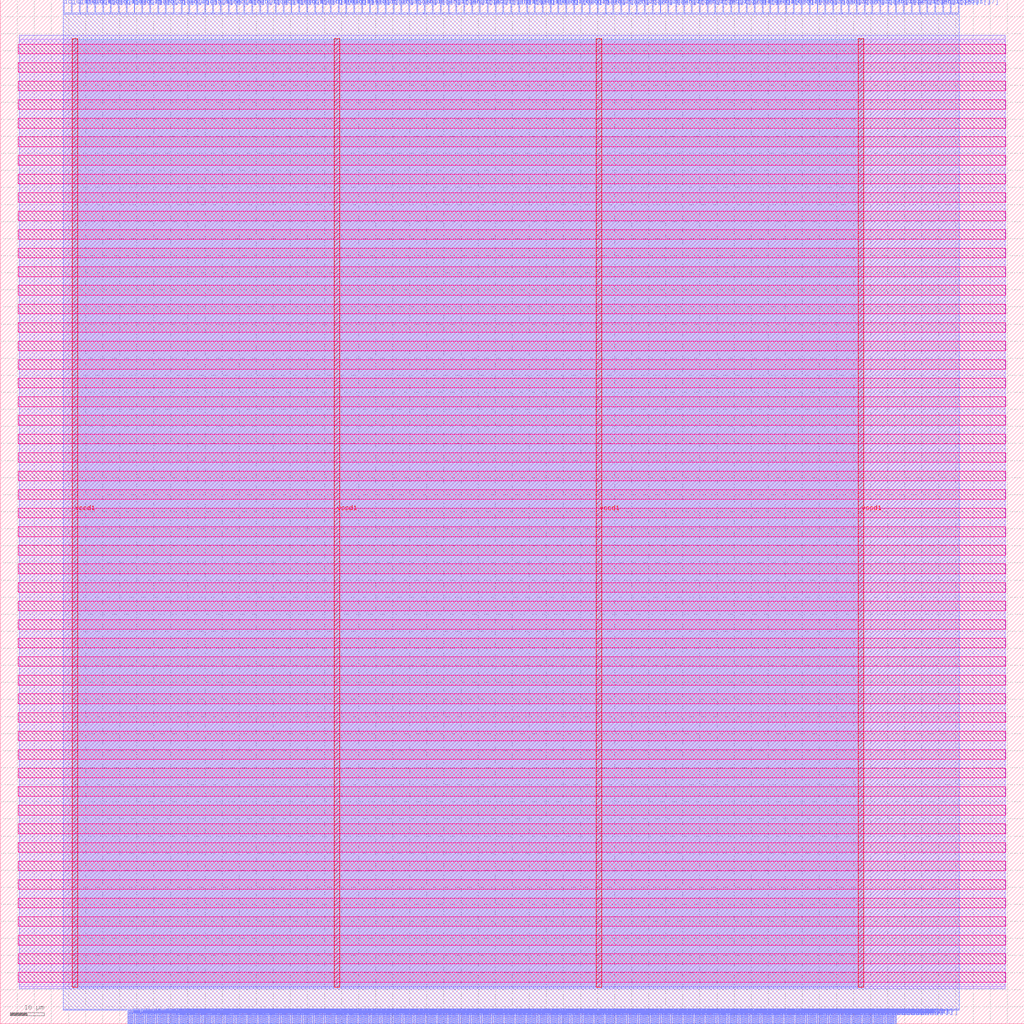
<source format=lef>
VERSION 5.7 ;
  NOWIREEXTENSIONATPIN ON ;
  DIVIDERCHAR "/" ;
  BUSBITCHARS "[]" ;
MACRO macro_10
  CLASS BLOCK ;
  FOREIGN macro_10 ;
  ORIGIN 0.000 0.000 ;
  SIZE 300.000 BY 300.000 ;
  PIN io_active
    DIRECTION INPUT ;
    USE SIGNAL ;
    PORT
      LAYER met2 ;
        RECT 18.490 296.000 18.770 300.000 ;
    END
  END io_active
  PIN io_in[0]
    DIRECTION INPUT ;
    USE SIGNAL ;
    PORT
      LAYER met2 ;
        RECT 20.790 296.000 21.070 300.000 ;
    END
  END io_in[0]
  PIN io_in[10]
    DIRECTION INPUT ;
    USE SIGNAL ;
    PORT
      LAYER met2 ;
        RECT 89.790 296.000 90.070 300.000 ;
    END
  END io_in[10]
  PIN io_in[11]
    DIRECTION INPUT ;
    USE SIGNAL ;
    PORT
      LAYER met2 ;
        RECT 96.690 296.000 96.970 300.000 ;
    END
  END io_in[11]
  PIN io_in[12]
    DIRECTION INPUT ;
    USE SIGNAL ;
    PORT
      LAYER met2 ;
        RECT 103.590 296.000 103.870 300.000 ;
    END
  END io_in[12]
  PIN io_in[13]
    DIRECTION INPUT ;
    USE SIGNAL ;
    PORT
      LAYER met2 ;
        RECT 110.490 296.000 110.770 300.000 ;
    END
  END io_in[13]
  PIN io_in[14]
    DIRECTION INPUT ;
    USE SIGNAL ;
    PORT
      LAYER met2 ;
        RECT 117.390 296.000 117.670 300.000 ;
    END
  END io_in[14]
  PIN io_in[15]
    DIRECTION INPUT ;
    USE SIGNAL ;
    PORT
      LAYER met2 ;
        RECT 124.290 296.000 124.570 300.000 ;
    END
  END io_in[15]
  PIN io_in[16]
    DIRECTION INPUT ;
    USE SIGNAL ;
    PORT
      LAYER met2 ;
        RECT 131.190 296.000 131.470 300.000 ;
    END
  END io_in[16]
  PIN io_in[17]
    DIRECTION INPUT ;
    USE SIGNAL ;
    PORT
      LAYER met2 ;
        RECT 138.090 296.000 138.370 300.000 ;
    END
  END io_in[17]
  PIN io_in[18]
    DIRECTION INPUT ;
    USE SIGNAL ;
    PORT
      LAYER met2 ;
        RECT 144.990 296.000 145.270 300.000 ;
    END
  END io_in[18]
  PIN io_in[19]
    DIRECTION INPUT ;
    USE SIGNAL ;
    PORT
      LAYER met2 ;
        RECT 151.890 296.000 152.170 300.000 ;
    END
  END io_in[19]
  PIN io_in[1]
    DIRECTION INPUT ;
    USE SIGNAL ;
    PORT
      LAYER met2 ;
        RECT 27.690 296.000 27.970 300.000 ;
    END
  END io_in[1]
  PIN io_in[20]
    DIRECTION INPUT ;
    USE SIGNAL ;
    PORT
      LAYER met2 ;
        RECT 158.790 296.000 159.070 300.000 ;
    END
  END io_in[20]
  PIN io_in[21]
    DIRECTION INPUT ;
    USE SIGNAL ;
    PORT
      LAYER met2 ;
        RECT 165.690 296.000 165.970 300.000 ;
    END
  END io_in[21]
  PIN io_in[22]
    DIRECTION INPUT ;
    USE SIGNAL ;
    PORT
      LAYER met2 ;
        RECT 172.590 296.000 172.870 300.000 ;
    END
  END io_in[22]
  PIN io_in[23]
    DIRECTION INPUT ;
    USE SIGNAL ;
    PORT
      LAYER met2 ;
        RECT 179.490 296.000 179.770 300.000 ;
    END
  END io_in[23]
  PIN io_in[24]
    DIRECTION INPUT ;
    USE SIGNAL ;
    PORT
      LAYER met2 ;
        RECT 186.390 296.000 186.670 300.000 ;
    END
  END io_in[24]
  PIN io_in[25]
    DIRECTION INPUT ;
    USE SIGNAL ;
    PORT
      LAYER met2 ;
        RECT 193.290 296.000 193.570 300.000 ;
    END
  END io_in[25]
  PIN io_in[26]
    DIRECTION INPUT ;
    USE SIGNAL ;
    PORT
      LAYER met2 ;
        RECT 200.190 296.000 200.470 300.000 ;
    END
  END io_in[26]
  PIN io_in[27]
    DIRECTION INPUT ;
    USE SIGNAL ;
    PORT
      LAYER met2 ;
        RECT 207.090 296.000 207.370 300.000 ;
    END
  END io_in[27]
  PIN io_in[28]
    DIRECTION INPUT ;
    USE SIGNAL ;
    PORT
      LAYER met2 ;
        RECT 213.990 296.000 214.270 300.000 ;
    END
  END io_in[28]
  PIN io_in[29]
    DIRECTION INPUT ;
    USE SIGNAL ;
    PORT
      LAYER met2 ;
        RECT 220.890 296.000 221.170 300.000 ;
    END
  END io_in[29]
  PIN io_in[2]
    DIRECTION INPUT ;
    USE SIGNAL ;
    PORT
      LAYER met2 ;
        RECT 34.590 296.000 34.870 300.000 ;
    END
  END io_in[2]
  PIN io_in[30]
    DIRECTION INPUT ;
    USE SIGNAL ;
    PORT
      LAYER met2 ;
        RECT 227.790 296.000 228.070 300.000 ;
    END
  END io_in[30]
  PIN io_in[31]
    DIRECTION INPUT ;
    USE SIGNAL ;
    PORT
      LAYER met2 ;
        RECT 234.690 296.000 234.970 300.000 ;
    END
  END io_in[31]
  PIN io_in[32]
    DIRECTION INPUT ;
    USE SIGNAL ;
    PORT
      LAYER met2 ;
        RECT 241.590 296.000 241.870 300.000 ;
    END
  END io_in[32]
  PIN io_in[33]
    DIRECTION INPUT ;
    USE SIGNAL ;
    PORT
      LAYER met2 ;
        RECT 248.490 296.000 248.770 300.000 ;
    END
  END io_in[33]
  PIN io_in[34]
    DIRECTION INPUT ;
    USE SIGNAL ;
    PORT
      LAYER met2 ;
        RECT 255.390 296.000 255.670 300.000 ;
    END
  END io_in[34]
  PIN io_in[35]
    DIRECTION INPUT ;
    USE SIGNAL ;
    PORT
      LAYER met2 ;
        RECT 262.290 296.000 262.570 300.000 ;
    END
  END io_in[35]
  PIN io_in[36]
    DIRECTION INPUT ;
    USE SIGNAL ;
    PORT
      LAYER met2 ;
        RECT 269.190 296.000 269.470 300.000 ;
    END
  END io_in[36]
  PIN io_in[37]
    DIRECTION INPUT ;
    USE SIGNAL ;
    PORT
      LAYER met2 ;
        RECT 276.090 296.000 276.370 300.000 ;
    END
  END io_in[37]
  PIN io_in[3]
    DIRECTION INPUT ;
    USE SIGNAL ;
    PORT
      LAYER met2 ;
        RECT 41.490 296.000 41.770 300.000 ;
    END
  END io_in[3]
  PIN io_in[4]
    DIRECTION INPUT ;
    USE SIGNAL ;
    PORT
      LAYER met2 ;
        RECT 48.390 296.000 48.670 300.000 ;
    END
  END io_in[4]
  PIN io_in[5]
    DIRECTION INPUT ;
    USE SIGNAL ;
    PORT
      LAYER met2 ;
        RECT 55.290 296.000 55.570 300.000 ;
    END
  END io_in[5]
  PIN io_in[6]
    DIRECTION INPUT ;
    USE SIGNAL ;
    PORT
      LAYER met2 ;
        RECT 62.190 296.000 62.470 300.000 ;
    END
  END io_in[6]
  PIN io_in[7]
    DIRECTION INPUT ;
    USE SIGNAL ;
    PORT
      LAYER met2 ;
        RECT 69.090 296.000 69.370 300.000 ;
    END
  END io_in[7]
  PIN io_in[8]
    DIRECTION INPUT ;
    USE SIGNAL ;
    PORT
      LAYER met2 ;
        RECT 75.990 296.000 76.270 300.000 ;
    END
  END io_in[8]
  PIN io_in[9]
    DIRECTION INPUT ;
    USE SIGNAL ;
    PORT
      LAYER met2 ;
        RECT 82.890 296.000 83.170 300.000 ;
    END
  END io_in[9]
  PIN io_oeb[0]
    DIRECTION OUTPUT TRISTATE ;
    USE SIGNAL ;
    PORT
      LAYER met2 ;
        RECT 23.090 296.000 23.370 300.000 ;
    END
  END io_oeb[0]
  PIN io_oeb[10]
    DIRECTION OUTPUT TRISTATE ;
    USE SIGNAL ;
    PORT
      LAYER met2 ;
        RECT 92.090 296.000 92.370 300.000 ;
    END
  END io_oeb[10]
  PIN io_oeb[11]
    DIRECTION OUTPUT TRISTATE ;
    USE SIGNAL ;
    PORT
      LAYER met2 ;
        RECT 98.990 296.000 99.270 300.000 ;
    END
  END io_oeb[11]
  PIN io_oeb[12]
    DIRECTION OUTPUT TRISTATE ;
    USE SIGNAL ;
    PORT
      LAYER met2 ;
        RECT 105.890 296.000 106.170 300.000 ;
    END
  END io_oeb[12]
  PIN io_oeb[13]
    DIRECTION OUTPUT TRISTATE ;
    USE SIGNAL ;
    PORT
      LAYER met2 ;
        RECT 112.790 296.000 113.070 300.000 ;
    END
  END io_oeb[13]
  PIN io_oeb[14]
    DIRECTION OUTPUT TRISTATE ;
    USE SIGNAL ;
    PORT
      LAYER met2 ;
        RECT 119.690 296.000 119.970 300.000 ;
    END
  END io_oeb[14]
  PIN io_oeb[15]
    DIRECTION OUTPUT TRISTATE ;
    USE SIGNAL ;
    PORT
      LAYER met2 ;
        RECT 126.590 296.000 126.870 300.000 ;
    END
  END io_oeb[15]
  PIN io_oeb[16]
    DIRECTION OUTPUT TRISTATE ;
    USE SIGNAL ;
    PORT
      LAYER met2 ;
        RECT 133.490 296.000 133.770 300.000 ;
    END
  END io_oeb[16]
  PIN io_oeb[17]
    DIRECTION OUTPUT TRISTATE ;
    USE SIGNAL ;
    PORT
      LAYER met2 ;
        RECT 140.390 296.000 140.670 300.000 ;
    END
  END io_oeb[17]
  PIN io_oeb[18]
    DIRECTION OUTPUT TRISTATE ;
    USE SIGNAL ;
    PORT
      LAYER met2 ;
        RECT 147.290 296.000 147.570 300.000 ;
    END
  END io_oeb[18]
  PIN io_oeb[19]
    DIRECTION OUTPUT TRISTATE ;
    USE SIGNAL ;
    PORT
      LAYER met2 ;
        RECT 154.190 296.000 154.470 300.000 ;
    END
  END io_oeb[19]
  PIN io_oeb[1]
    DIRECTION OUTPUT TRISTATE ;
    USE SIGNAL ;
    PORT
      LAYER met2 ;
        RECT 29.990 296.000 30.270 300.000 ;
    END
  END io_oeb[1]
  PIN io_oeb[20]
    DIRECTION OUTPUT TRISTATE ;
    USE SIGNAL ;
    PORT
      LAYER met2 ;
        RECT 161.090 296.000 161.370 300.000 ;
    END
  END io_oeb[20]
  PIN io_oeb[21]
    DIRECTION OUTPUT TRISTATE ;
    USE SIGNAL ;
    PORT
      LAYER met2 ;
        RECT 167.990 296.000 168.270 300.000 ;
    END
  END io_oeb[21]
  PIN io_oeb[22]
    DIRECTION OUTPUT TRISTATE ;
    USE SIGNAL ;
    PORT
      LAYER met2 ;
        RECT 174.890 296.000 175.170 300.000 ;
    END
  END io_oeb[22]
  PIN io_oeb[23]
    DIRECTION OUTPUT TRISTATE ;
    USE SIGNAL ;
    PORT
      LAYER met2 ;
        RECT 181.790 296.000 182.070 300.000 ;
    END
  END io_oeb[23]
  PIN io_oeb[24]
    DIRECTION OUTPUT TRISTATE ;
    USE SIGNAL ;
    PORT
      LAYER met2 ;
        RECT 188.690 296.000 188.970 300.000 ;
    END
  END io_oeb[24]
  PIN io_oeb[25]
    DIRECTION OUTPUT TRISTATE ;
    USE SIGNAL ;
    PORT
      LAYER met2 ;
        RECT 195.590 296.000 195.870 300.000 ;
    END
  END io_oeb[25]
  PIN io_oeb[26]
    DIRECTION OUTPUT TRISTATE ;
    USE SIGNAL ;
    PORT
      LAYER met2 ;
        RECT 202.490 296.000 202.770 300.000 ;
    END
  END io_oeb[26]
  PIN io_oeb[27]
    DIRECTION OUTPUT TRISTATE ;
    USE SIGNAL ;
    PORT
      LAYER met2 ;
        RECT 209.390 296.000 209.670 300.000 ;
    END
  END io_oeb[27]
  PIN io_oeb[28]
    DIRECTION OUTPUT TRISTATE ;
    USE SIGNAL ;
    PORT
      LAYER met2 ;
        RECT 216.290 296.000 216.570 300.000 ;
    END
  END io_oeb[28]
  PIN io_oeb[29]
    DIRECTION OUTPUT TRISTATE ;
    USE SIGNAL ;
    PORT
      LAYER met2 ;
        RECT 223.190 296.000 223.470 300.000 ;
    END
  END io_oeb[29]
  PIN io_oeb[2]
    DIRECTION OUTPUT TRISTATE ;
    USE SIGNAL ;
    PORT
      LAYER met2 ;
        RECT 36.890 296.000 37.170 300.000 ;
    END
  END io_oeb[2]
  PIN io_oeb[30]
    DIRECTION OUTPUT TRISTATE ;
    USE SIGNAL ;
    PORT
      LAYER met2 ;
        RECT 230.090 296.000 230.370 300.000 ;
    END
  END io_oeb[30]
  PIN io_oeb[31]
    DIRECTION OUTPUT TRISTATE ;
    USE SIGNAL ;
    PORT
      LAYER met2 ;
        RECT 236.990 296.000 237.270 300.000 ;
    END
  END io_oeb[31]
  PIN io_oeb[32]
    DIRECTION OUTPUT TRISTATE ;
    USE SIGNAL ;
    PORT
      LAYER met2 ;
        RECT 243.890 296.000 244.170 300.000 ;
    END
  END io_oeb[32]
  PIN io_oeb[33]
    DIRECTION OUTPUT TRISTATE ;
    USE SIGNAL ;
    PORT
      LAYER met2 ;
        RECT 250.790 296.000 251.070 300.000 ;
    END
  END io_oeb[33]
  PIN io_oeb[34]
    DIRECTION OUTPUT TRISTATE ;
    USE SIGNAL ;
    PORT
      LAYER met2 ;
        RECT 257.690 296.000 257.970 300.000 ;
    END
  END io_oeb[34]
  PIN io_oeb[35]
    DIRECTION OUTPUT TRISTATE ;
    USE SIGNAL ;
    PORT
      LAYER met2 ;
        RECT 264.590 296.000 264.870 300.000 ;
    END
  END io_oeb[35]
  PIN io_oeb[36]
    DIRECTION OUTPUT TRISTATE ;
    USE SIGNAL ;
    PORT
      LAYER met2 ;
        RECT 271.490 296.000 271.770 300.000 ;
    END
  END io_oeb[36]
  PIN io_oeb[37]
    DIRECTION OUTPUT TRISTATE ;
    USE SIGNAL ;
    PORT
      LAYER met2 ;
        RECT 278.390 296.000 278.670 300.000 ;
    END
  END io_oeb[37]
  PIN io_oeb[3]
    DIRECTION OUTPUT TRISTATE ;
    USE SIGNAL ;
    PORT
      LAYER met2 ;
        RECT 43.790 296.000 44.070 300.000 ;
    END
  END io_oeb[3]
  PIN io_oeb[4]
    DIRECTION OUTPUT TRISTATE ;
    USE SIGNAL ;
    PORT
      LAYER met2 ;
        RECT 50.690 296.000 50.970 300.000 ;
    END
  END io_oeb[4]
  PIN io_oeb[5]
    DIRECTION OUTPUT TRISTATE ;
    USE SIGNAL ;
    PORT
      LAYER met2 ;
        RECT 57.590 296.000 57.870 300.000 ;
    END
  END io_oeb[5]
  PIN io_oeb[6]
    DIRECTION OUTPUT TRISTATE ;
    USE SIGNAL ;
    PORT
      LAYER met2 ;
        RECT 64.490 296.000 64.770 300.000 ;
    END
  END io_oeb[6]
  PIN io_oeb[7]
    DIRECTION OUTPUT TRISTATE ;
    USE SIGNAL ;
    PORT
      LAYER met2 ;
        RECT 71.390 296.000 71.670 300.000 ;
    END
  END io_oeb[7]
  PIN io_oeb[8]
    DIRECTION OUTPUT TRISTATE ;
    USE SIGNAL ;
    PORT
      LAYER met2 ;
        RECT 78.290 296.000 78.570 300.000 ;
    END
  END io_oeb[8]
  PIN io_oeb[9]
    DIRECTION OUTPUT TRISTATE ;
    USE SIGNAL ;
    PORT
      LAYER met2 ;
        RECT 85.190 296.000 85.470 300.000 ;
    END
  END io_oeb[9]
  PIN io_out[0]
    DIRECTION OUTPUT TRISTATE ;
    USE SIGNAL ;
    PORT
      LAYER met2 ;
        RECT 25.390 296.000 25.670 300.000 ;
    END
  END io_out[0]
  PIN io_out[10]
    DIRECTION OUTPUT TRISTATE ;
    USE SIGNAL ;
    PORT
      LAYER met2 ;
        RECT 94.390 296.000 94.670 300.000 ;
    END
  END io_out[10]
  PIN io_out[11]
    DIRECTION OUTPUT TRISTATE ;
    USE SIGNAL ;
    PORT
      LAYER met2 ;
        RECT 101.290 296.000 101.570 300.000 ;
    END
  END io_out[11]
  PIN io_out[12]
    DIRECTION OUTPUT TRISTATE ;
    USE SIGNAL ;
    PORT
      LAYER met2 ;
        RECT 108.190 296.000 108.470 300.000 ;
    END
  END io_out[12]
  PIN io_out[13]
    DIRECTION OUTPUT TRISTATE ;
    USE SIGNAL ;
    PORT
      LAYER met2 ;
        RECT 115.090 296.000 115.370 300.000 ;
    END
  END io_out[13]
  PIN io_out[14]
    DIRECTION OUTPUT TRISTATE ;
    USE SIGNAL ;
    PORT
      LAYER met2 ;
        RECT 121.990 296.000 122.270 300.000 ;
    END
  END io_out[14]
  PIN io_out[15]
    DIRECTION OUTPUT TRISTATE ;
    USE SIGNAL ;
    PORT
      LAYER met2 ;
        RECT 128.890 296.000 129.170 300.000 ;
    END
  END io_out[15]
  PIN io_out[16]
    DIRECTION OUTPUT TRISTATE ;
    USE SIGNAL ;
    PORT
      LAYER met2 ;
        RECT 135.790 296.000 136.070 300.000 ;
    END
  END io_out[16]
  PIN io_out[17]
    DIRECTION OUTPUT TRISTATE ;
    USE SIGNAL ;
    PORT
      LAYER met2 ;
        RECT 142.690 296.000 142.970 300.000 ;
    END
  END io_out[17]
  PIN io_out[18]
    DIRECTION OUTPUT TRISTATE ;
    USE SIGNAL ;
    PORT
      LAYER met2 ;
        RECT 149.590 296.000 149.870 300.000 ;
    END
  END io_out[18]
  PIN io_out[19]
    DIRECTION OUTPUT TRISTATE ;
    USE SIGNAL ;
    PORT
      LAYER met2 ;
        RECT 156.490 296.000 156.770 300.000 ;
    END
  END io_out[19]
  PIN io_out[1]
    DIRECTION OUTPUT TRISTATE ;
    USE SIGNAL ;
    PORT
      LAYER met2 ;
        RECT 32.290 296.000 32.570 300.000 ;
    END
  END io_out[1]
  PIN io_out[20]
    DIRECTION OUTPUT TRISTATE ;
    USE SIGNAL ;
    PORT
      LAYER met2 ;
        RECT 163.390 296.000 163.670 300.000 ;
    END
  END io_out[20]
  PIN io_out[21]
    DIRECTION OUTPUT TRISTATE ;
    USE SIGNAL ;
    PORT
      LAYER met2 ;
        RECT 170.290 296.000 170.570 300.000 ;
    END
  END io_out[21]
  PIN io_out[22]
    DIRECTION OUTPUT TRISTATE ;
    USE SIGNAL ;
    PORT
      LAYER met2 ;
        RECT 177.190 296.000 177.470 300.000 ;
    END
  END io_out[22]
  PIN io_out[23]
    DIRECTION OUTPUT TRISTATE ;
    USE SIGNAL ;
    PORT
      LAYER met2 ;
        RECT 184.090 296.000 184.370 300.000 ;
    END
  END io_out[23]
  PIN io_out[24]
    DIRECTION OUTPUT TRISTATE ;
    USE SIGNAL ;
    PORT
      LAYER met2 ;
        RECT 190.990 296.000 191.270 300.000 ;
    END
  END io_out[24]
  PIN io_out[25]
    DIRECTION OUTPUT TRISTATE ;
    USE SIGNAL ;
    PORT
      LAYER met2 ;
        RECT 197.890 296.000 198.170 300.000 ;
    END
  END io_out[25]
  PIN io_out[26]
    DIRECTION OUTPUT TRISTATE ;
    USE SIGNAL ;
    PORT
      LAYER met2 ;
        RECT 204.790 296.000 205.070 300.000 ;
    END
  END io_out[26]
  PIN io_out[27]
    DIRECTION OUTPUT TRISTATE ;
    USE SIGNAL ;
    PORT
      LAYER met2 ;
        RECT 211.690 296.000 211.970 300.000 ;
    END
  END io_out[27]
  PIN io_out[28]
    DIRECTION OUTPUT TRISTATE ;
    USE SIGNAL ;
    PORT
      LAYER met2 ;
        RECT 218.590 296.000 218.870 300.000 ;
    END
  END io_out[28]
  PIN io_out[29]
    DIRECTION OUTPUT TRISTATE ;
    USE SIGNAL ;
    PORT
      LAYER met2 ;
        RECT 225.490 296.000 225.770 300.000 ;
    END
  END io_out[29]
  PIN io_out[2]
    DIRECTION OUTPUT TRISTATE ;
    USE SIGNAL ;
    PORT
      LAYER met2 ;
        RECT 39.190 296.000 39.470 300.000 ;
    END
  END io_out[2]
  PIN io_out[30]
    DIRECTION OUTPUT TRISTATE ;
    USE SIGNAL ;
    PORT
      LAYER met2 ;
        RECT 232.390 296.000 232.670 300.000 ;
    END
  END io_out[30]
  PIN io_out[31]
    DIRECTION OUTPUT TRISTATE ;
    USE SIGNAL ;
    PORT
      LAYER met2 ;
        RECT 239.290 296.000 239.570 300.000 ;
    END
  END io_out[31]
  PIN io_out[32]
    DIRECTION OUTPUT TRISTATE ;
    USE SIGNAL ;
    PORT
      LAYER met2 ;
        RECT 246.190 296.000 246.470 300.000 ;
    END
  END io_out[32]
  PIN io_out[33]
    DIRECTION OUTPUT TRISTATE ;
    USE SIGNAL ;
    PORT
      LAYER met2 ;
        RECT 253.090 296.000 253.370 300.000 ;
    END
  END io_out[33]
  PIN io_out[34]
    DIRECTION OUTPUT TRISTATE ;
    USE SIGNAL ;
    PORT
      LAYER met2 ;
        RECT 259.990 296.000 260.270 300.000 ;
    END
  END io_out[34]
  PIN io_out[35]
    DIRECTION OUTPUT TRISTATE ;
    USE SIGNAL ;
    PORT
      LAYER met2 ;
        RECT 266.890 296.000 267.170 300.000 ;
    END
  END io_out[35]
  PIN io_out[36]
    DIRECTION OUTPUT TRISTATE ;
    USE SIGNAL ;
    PORT
      LAYER met2 ;
        RECT 273.790 296.000 274.070 300.000 ;
    END
  END io_out[36]
  PIN io_out[37]
    DIRECTION OUTPUT TRISTATE ;
    USE SIGNAL ;
    PORT
      LAYER met2 ;
        RECT 280.690 296.000 280.970 300.000 ;
    END
  END io_out[37]
  PIN io_out[3]
    DIRECTION OUTPUT TRISTATE ;
    USE SIGNAL ;
    PORT
      LAYER met2 ;
        RECT 46.090 296.000 46.370 300.000 ;
    END
  END io_out[3]
  PIN io_out[4]
    DIRECTION OUTPUT TRISTATE ;
    USE SIGNAL ;
    PORT
      LAYER met2 ;
        RECT 52.990 296.000 53.270 300.000 ;
    END
  END io_out[4]
  PIN io_out[5]
    DIRECTION OUTPUT TRISTATE ;
    USE SIGNAL ;
    PORT
      LAYER met2 ;
        RECT 59.890 296.000 60.170 300.000 ;
    END
  END io_out[5]
  PIN io_out[6]
    DIRECTION OUTPUT TRISTATE ;
    USE SIGNAL ;
    PORT
      LAYER met2 ;
        RECT 66.790 296.000 67.070 300.000 ;
    END
  END io_out[6]
  PIN io_out[7]
    DIRECTION OUTPUT TRISTATE ;
    USE SIGNAL ;
    PORT
      LAYER met2 ;
        RECT 73.690 296.000 73.970 300.000 ;
    END
  END io_out[7]
  PIN io_out[8]
    DIRECTION OUTPUT TRISTATE ;
    USE SIGNAL ;
    PORT
      LAYER met2 ;
        RECT 80.590 296.000 80.870 300.000 ;
    END
  END io_out[8]
  PIN io_out[9]
    DIRECTION OUTPUT TRISTATE ;
    USE SIGNAL ;
    PORT
      LAYER met2 ;
        RECT 87.490 296.000 87.770 300.000 ;
    END
  END io_out[9]
  PIN la_data_in[0]
    DIRECTION INPUT ;
    USE SIGNAL ;
    PORT
      LAYER met2 ;
        RECT 86.110 0.000 86.390 4.000 ;
    END
  END la_data_in[0]
  PIN la_data_in[100]
    DIRECTION INPUT ;
    USE SIGNAL ;
    PORT
      LAYER met2 ;
        RECT 224.110 0.000 224.390 4.000 ;
    END
  END la_data_in[100]
  PIN la_data_in[101]
    DIRECTION INPUT ;
    USE SIGNAL ;
    PORT
      LAYER met2 ;
        RECT 225.490 0.000 225.770 4.000 ;
    END
  END la_data_in[101]
  PIN la_data_in[102]
    DIRECTION INPUT ;
    USE SIGNAL ;
    PORT
      LAYER met2 ;
        RECT 226.870 0.000 227.150 4.000 ;
    END
  END la_data_in[102]
  PIN la_data_in[103]
    DIRECTION INPUT ;
    USE SIGNAL ;
    PORT
      LAYER met2 ;
        RECT 228.250 0.000 228.530 4.000 ;
    END
  END la_data_in[103]
  PIN la_data_in[104]
    DIRECTION INPUT ;
    USE SIGNAL ;
    PORT
      LAYER met2 ;
        RECT 229.630 0.000 229.910 4.000 ;
    END
  END la_data_in[104]
  PIN la_data_in[105]
    DIRECTION INPUT ;
    USE SIGNAL ;
    PORT
      LAYER met2 ;
        RECT 231.010 0.000 231.290 4.000 ;
    END
  END la_data_in[105]
  PIN la_data_in[106]
    DIRECTION INPUT ;
    USE SIGNAL ;
    PORT
      LAYER met2 ;
        RECT 232.390 0.000 232.670 4.000 ;
    END
  END la_data_in[106]
  PIN la_data_in[107]
    DIRECTION INPUT ;
    USE SIGNAL ;
    PORT
      LAYER met2 ;
        RECT 233.770 0.000 234.050 4.000 ;
    END
  END la_data_in[107]
  PIN la_data_in[108]
    DIRECTION INPUT ;
    USE SIGNAL ;
    PORT
      LAYER met2 ;
        RECT 235.150 0.000 235.430 4.000 ;
    END
  END la_data_in[108]
  PIN la_data_in[109]
    DIRECTION INPUT ;
    USE SIGNAL ;
    PORT
      LAYER met2 ;
        RECT 236.530 0.000 236.810 4.000 ;
    END
  END la_data_in[109]
  PIN la_data_in[10]
    DIRECTION INPUT ;
    USE SIGNAL ;
    PORT
      LAYER met2 ;
        RECT 99.910 0.000 100.190 4.000 ;
    END
  END la_data_in[10]
  PIN la_data_in[110]
    DIRECTION INPUT ;
    USE SIGNAL ;
    PORT
      LAYER met2 ;
        RECT 237.910 0.000 238.190 4.000 ;
    END
  END la_data_in[110]
  PIN la_data_in[111]
    DIRECTION INPUT ;
    USE SIGNAL ;
    PORT
      LAYER met2 ;
        RECT 239.290 0.000 239.570 4.000 ;
    END
  END la_data_in[111]
  PIN la_data_in[112]
    DIRECTION INPUT ;
    USE SIGNAL ;
    PORT
      LAYER met2 ;
        RECT 240.670 0.000 240.950 4.000 ;
    END
  END la_data_in[112]
  PIN la_data_in[113]
    DIRECTION INPUT ;
    USE SIGNAL ;
    PORT
      LAYER met2 ;
        RECT 242.050 0.000 242.330 4.000 ;
    END
  END la_data_in[113]
  PIN la_data_in[114]
    DIRECTION INPUT ;
    USE SIGNAL ;
    PORT
      LAYER met2 ;
        RECT 243.430 0.000 243.710 4.000 ;
    END
  END la_data_in[114]
  PIN la_data_in[115]
    DIRECTION INPUT ;
    USE SIGNAL ;
    PORT
      LAYER met2 ;
        RECT 244.810 0.000 245.090 4.000 ;
    END
  END la_data_in[115]
  PIN la_data_in[116]
    DIRECTION INPUT ;
    USE SIGNAL ;
    PORT
      LAYER met2 ;
        RECT 246.190 0.000 246.470 4.000 ;
    END
  END la_data_in[116]
  PIN la_data_in[117]
    DIRECTION INPUT ;
    USE SIGNAL ;
    PORT
      LAYER met2 ;
        RECT 247.570 0.000 247.850 4.000 ;
    END
  END la_data_in[117]
  PIN la_data_in[118]
    DIRECTION INPUT ;
    USE SIGNAL ;
    PORT
      LAYER met2 ;
        RECT 248.950 0.000 249.230 4.000 ;
    END
  END la_data_in[118]
  PIN la_data_in[119]
    DIRECTION INPUT ;
    USE SIGNAL ;
    PORT
      LAYER met2 ;
        RECT 250.330 0.000 250.610 4.000 ;
    END
  END la_data_in[119]
  PIN la_data_in[11]
    DIRECTION INPUT ;
    USE SIGNAL ;
    PORT
      LAYER met2 ;
        RECT 101.290 0.000 101.570 4.000 ;
    END
  END la_data_in[11]
  PIN la_data_in[120]
    DIRECTION INPUT ;
    USE SIGNAL ;
    PORT
      LAYER met2 ;
        RECT 251.710 0.000 251.990 4.000 ;
    END
  END la_data_in[120]
  PIN la_data_in[121]
    DIRECTION INPUT ;
    USE SIGNAL ;
    PORT
      LAYER met2 ;
        RECT 253.090 0.000 253.370 4.000 ;
    END
  END la_data_in[121]
  PIN la_data_in[122]
    DIRECTION INPUT ;
    USE SIGNAL ;
    PORT
      LAYER met2 ;
        RECT 254.470 0.000 254.750 4.000 ;
    END
  END la_data_in[122]
  PIN la_data_in[123]
    DIRECTION INPUT ;
    USE SIGNAL ;
    PORT
      LAYER met2 ;
        RECT 255.850 0.000 256.130 4.000 ;
    END
  END la_data_in[123]
  PIN la_data_in[124]
    DIRECTION INPUT ;
    USE SIGNAL ;
    PORT
      LAYER met2 ;
        RECT 257.230 0.000 257.510 4.000 ;
    END
  END la_data_in[124]
  PIN la_data_in[125]
    DIRECTION INPUT ;
    USE SIGNAL ;
    PORT
      LAYER met2 ;
        RECT 258.610 0.000 258.890 4.000 ;
    END
  END la_data_in[125]
  PIN la_data_in[126]
    DIRECTION INPUT ;
    USE SIGNAL ;
    PORT
      LAYER met2 ;
        RECT 259.990 0.000 260.270 4.000 ;
    END
  END la_data_in[126]
  PIN la_data_in[127]
    DIRECTION INPUT ;
    USE SIGNAL ;
    PORT
      LAYER met2 ;
        RECT 261.370 0.000 261.650 4.000 ;
    END
  END la_data_in[127]
  PIN la_data_in[12]
    DIRECTION INPUT ;
    USE SIGNAL ;
    PORT
      LAYER met2 ;
        RECT 102.670 0.000 102.950 4.000 ;
    END
  END la_data_in[12]
  PIN la_data_in[13]
    DIRECTION INPUT ;
    USE SIGNAL ;
    PORT
      LAYER met2 ;
        RECT 104.050 0.000 104.330 4.000 ;
    END
  END la_data_in[13]
  PIN la_data_in[14]
    DIRECTION INPUT ;
    USE SIGNAL ;
    PORT
      LAYER met2 ;
        RECT 105.430 0.000 105.710 4.000 ;
    END
  END la_data_in[14]
  PIN la_data_in[15]
    DIRECTION INPUT ;
    USE SIGNAL ;
    PORT
      LAYER met2 ;
        RECT 106.810 0.000 107.090 4.000 ;
    END
  END la_data_in[15]
  PIN la_data_in[16]
    DIRECTION INPUT ;
    USE SIGNAL ;
    PORT
      LAYER met2 ;
        RECT 108.190 0.000 108.470 4.000 ;
    END
  END la_data_in[16]
  PIN la_data_in[17]
    DIRECTION INPUT ;
    USE SIGNAL ;
    PORT
      LAYER met2 ;
        RECT 109.570 0.000 109.850 4.000 ;
    END
  END la_data_in[17]
  PIN la_data_in[18]
    DIRECTION INPUT ;
    USE SIGNAL ;
    PORT
      LAYER met2 ;
        RECT 110.950 0.000 111.230 4.000 ;
    END
  END la_data_in[18]
  PIN la_data_in[19]
    DIRECTION INPUT ;
    USE SIGNAL ;
    PORT
      LAYER met2 ;
        RECT 112.330 0.000 112.610 4.000 ;
    END
  END la_data_in[19]
  PIN la_data_in[1]
    DIRECTION INPUT ;
    USE SIGNAL ;
    PORT
      LAYER met2 ;
        RECT 87.490 0.000 87.770 4.000 ;
    END
  END la_data_in[1]
  PIN la_data_in[20]
    DIRECTION INPUT ;
    USE SIGNAL ;
    PORT
      LAYER met2 ;
        RECT 113.710 0.000 113.990 4.000 ;
    END
  END la_data_in[20]
  PIN la_data_in[21]
    DIRECTION INPUT ;
    USE SIGNAL ;
    PORT
      LAYER met2 ;
        RECT 115.090 0.000 115.370 4.000 ;
    END
  END la_data_in[21]
  PIN la_data_in[22]
    DIRECTION INPUT ;
    USE SIGNAL ;
    PORT
      LAYER met2 ;
        RECT 116.470 0.000 116.750 4.000 ;
    END
  END la_data_in[22]
  PIN la_data_in[23]
    DIRECTION INPUT ;
    USE SIGNAL ;
    PORT
      LAYER met2 ;
        RECT 117.850 0.000 118.130 4.000 ;
    END
  END la_data_in[23]
  PIN la_data_in[24]
    DIRECTION INPUT ;
    USE SIGNAL ;
    PORT
      LAYER met2 ;
        RECT 119.230 0.000 119.510 4.000 ;
    END
  END la_data_in[24]
  PIN la_data_in[25]
    DIRECTION INPUT ;
    USE SIGNAL ;
    PORT
      LAYER met2 ;
        RECT 120.610 0.000 120.890 4.000 ;
    END
  END la_data_in[25]
  PIN la_data_in[26]
    DIRECTION INPUT ;
    USE SIGNAL ;
    PORT
      LAYER met2 ;
        RECT 121.990 0.000 122.270 4.000 ;
    END
  END la_data_in[26]
  PIN la_data_in[27]
    DIRECTION INPUT ;
    USE SIGNAL ;
    PORT
      LAYER met2 ;
        RECT 123.370 0.000 123.650 4.000 ;
    END
  END la_data_in[27]
  PIN la_data_in[28]
    DIRECTION INPUT ;
    USE SIGNAL ;
    PORT
      LAYER met2 ;
        RECT 124.750 0.000 125.030 4.000 ;
    END
  END la_data_in[28]
  PIN la_data_in[29]
    DIRECTION INPUT ;
    USE SIGNAL ;
    PORT
      LAYER met2 ;
        RECT 126.130 0.000 126.410 4.000 ;
    END
  END la_data_in[29]
  PIN la_data_in[2]
    DIRECTION INPUT ;
    USE SIGNAL ;
    PORT
      LAYER met2 ;
        RECT 88.870 0.000 89.150 4.000 ;
    END
  END la_data_in[2]
  PIN la_data_in[30]
    DIRECTION INPUT ;
    USE SIGNAL ;
    PORT
      LAYER met2 ;
        RECT 127.510 0.000 127.790 4.000 ;
    END
  END la_data_in[30]
  PIN la_data_in[31]
    DIRECTION INPUT ;
    USE SIGNAL ;
    PORT
      LAYER met2 ;
        RECT 128.890 0.000 129.170 4.000 ;
    END
  END la_data_in[31]
  PIN la_data_in[32]
    DIRECTION INPUT ;
    USE SIGNAL ;
    PORT
      LAYER met2 ;
        RECT 130.270 0.000 130.550 4.000 ;
    END
  END la_data_in[32]
  PIN la_data_in[33]
    DIRECTION INPUT ;
    USE SIGNAL ;
    PORT
      LAYER met2 ;
        RECT 131.650 0.000 131.930 4.000 ;
    END
  END la_data_in[33]
  PIN la_data_in[34]
    DIRECTION INPUT ;
    USE SIGNAL ;
    PORT
      LAYER met2 ;
        RECT 133.030 0.000 133.310 4.000 ;
    END
  END la_data_in[34]
  PIN la_data_in[35]
    DIRECTION INPUT ;
    USE SIGNAL ;
    PORT
      LAYER met2 ;
        RECT 134.410 0.000 134.690 4.000 ;
    END
  END la_data_in[35]
  PIN la_data_in[36]
    DIRECTION INPUT ;
    USE SIGNAL ;
    PORT
      LAYER met2 ;
        RECT 135.790 0.000 136.070 4.000 ;
    END
  END la_data_in[36]
  PIN la_data_in[37]
    DIRECTION INPUT ;
    USE SIGNAL ;
    PORT
      LAYER met2 ;
        RECT 137.170 0.000 137.450 4.000 ;
    END
  END la_data_in[37]
  PIN la_data_in[38]
    DIRECTION INPUT ;
    USE SIGNAL ;
    PORT
      LAYER met2 ;
        RECT 138.550 0.000 138.830 4.000 ;
    END
  END la_data_in[38]
  PIN la_data_in[39]
    DIRECTION INPUT ;
    USE SIGNAL ;
    PORT
      LAYER met2 ;
        RECT 139.930 0.000 140.210 4.000 ;
    END
  END la_data_in[39]
  PIN la_data_in[3]
    DIRECTION INPUT ;
    USE SIGNAL ;
    PORT
      LAYER met2 ;
        RECT 90.250 0.000 90.530 4.000 ;
    END
  END la_data_in[3]
  PIN la_data_in[40]
    DIRECTION INPUT ;
    USE SIGNAL ;
    PORT
      LAYER met2 ;
        RECT 141.310 0.000 141.590 4.000 ;
    END
  END la_data_in[40]
  PIN la_data_in[41]
    DIRECTION INPUT ;
    USE SIGNAL ;
    PORT
      LAYER met2 ;
        RECT 142.690 0.000 142.970 4.000 ;
    END
  END la_data_in[41]
  PIN la_data_in[42]
    DIRECTION INPUT ;
    USE SIGNAL ;
    PORT
      LAYER met2 ;
        RECT 144.070 0.000 144.350 4.000 ;
    END
  END la_data_in[42]
  PIN la_data_in[43]
    DIRECTION INPUT ;
    USE SIGNAL ;
    PORT
      LAYER met2 ;
        RECT 145.450 0.000 145.730 4.000 ;
    END
  END la_data_in[43]
  PIN la_data_in[44]
    DIRECTION INPUT ;
    USE SIGNAL ;
    PORT
      LAYER met2 ;
        RECT 146.830 0.000 147.110 4.000 ;
    END
  END la_data_in[44]
  PIN la_data_in[45]
    DIRECTION INPUT ;
    USE SIGNAL ;
    PORT
      LAYER met2 ;
        RECT 148.210 0.000 148.490 4.000 ;
    END
  END la_data_in[45]
  PIN la_data_in[46]
    DIRECTION INPUT ;
    USE SIGNAL ;
    PORT
      LAYER met2 ;
        RECT 149.590 0.000 149.870 4.000 ;
    END
  END la_data_in[46]
  PIN la_data_in[47]
    DIRECTION INPUT ;
    USE SIGNAL ;
    PORT
      LAYER met2 ;
        RECT 150.970 0.000 151.250 4.000 ;
    END
  END la_data_in[47]
  PIN la_data_in[48]
    DIRECTION INPUT ;
    USE SIGNAL ;
    PORT
      LAYER met2 ;
        RECT 152.350 0.000 152.630 4.000 ;
    END
  END la_data_in[48]
  PIN la_data_in[49]
    DIRECTION INPUT ;
    USE SIGNAL ;
    PORT
      LAYER met2 ;
        RECT 153.730 0.000 154.010 4.000 ;
    END
  END la_data_in[49]
  PIN la_data_in[4]
    DIRECTION INPUT ;
    USE SIGNAL ;
    PORT
      LAYER met2 ;
        RECT 91.630 0.000 91.910 4.000 ;
    END
  END la_data_in[4]
  PIN la_data_in[50]
    DIRECTION INPUT ;
    USE SIGNAL ;
    PORT
      LAYER met2 ;
        RECT 155.110 0.000 155.390 4.000 ;
    END
  END la_data_in[50]
  PIN la_data_in[51]
    DIRECTION INPUT ;
    USE SIGNAL ;
    PORT
      LAYER met2 ;
        RECT 156.490 0.000 156.770 4.000 ;
    END
  END la_data_in[51]
  PIN la_data_in[52]
    DIRECTION INPUT ;
    USE SIGNAL ;
    PORT
      LAYER met2 ;
        RECT 157.870 0.000 158.150 4.000 ;
    END
  END la_data_in[52]
  PIN la_data_in[53]
    DIRECTION INPUT ;
    USE SIGNAL ;
    PORT
      LAYER met2 ;
        RECT 159.250 0.000 159.530 4.000 ;
    END
  END la_data_in[53]
  PIN la_data_in[54]
    DIRECTION INPUT ;
    USE SIGNAL ;
    PORT
      LAYER met2 ;
        RECT 160.630 0.000 160.910 4.000 ;
    END
  END la_data_in[54]
  PIN la_data_in[55]
    DIRECTION INPUT ;
    USE SIGNAL ;
    PORT
      LAYER met2 ;
        RECT 162.010 0.000 162.290 4.000 ;
    END
  END la_data_in[55]
  PIN la_data_in[56]
    DIRECTION INPUT ;
    USE SIGNAL ;
    PORT
      LAYER met2 ;
        RECT 163.390 0.000 163.670 4.000 ;
    END
  END la_data_in[56]
  PIN la_data_in[57]
    DIRECTION INPUT ;
    USE SIGNAL ;
    PORT
      LAYER met2 ;
        RECT 164.770 0.000 165.050 4.000 ;
    END
  END la_data_in[57]
  PIN la_data_in[58]
    DIRECTION INPUT ;
    USE SIGNAL ;
    PORT
      LAYER met2 ;
        RECT 166.150 0.000 166.430 4.000 ;
    END
  END la_data_in[58]
  PIN la_data_in[59]
    DIRECTION INPUT ;
    USE SIGNAL ;
    PORT
      LAYER met2 ;
        RECT 167.530 0.000 167.810 4.000 ;
    END
  END la_data_in[59]
  PIN la_data_in[5]
    DIRECTION INPUT ;
    USE SIGNAL ;
    PORT
      LAYER met2 ;
        RECT 93.010 0.000 93.290 4.000 ;
    END
  END la_data_in[5]
  PIN la_data_in[60]
    DIRECTION INPUT ;
    USE SIGNAL ;
    PORT
      LAYER met2 ;
        RECT 168.910 0.000 169.190 4.000 ;
    END
  END la_data_in[60]
  PIN la_data_in[61]
    DIRECTION INPUT ;
    USE SIGNAL ;
    PORT
      LAYER met2 ;
        RECT 170.290 0.000 170.570 4.000 ;
    END
  END la_data_in[61]
  PIN la_data_in[62]
    DIRECTION INPUT ;
    USE SIGNAL ;
    PORT
      LAYER met2 ;
        RECT 171.670 0.000 171.950 4.000 ;
    END
  END la_data_in[62]
  PIN la_data_in[63]
    DIRECTION INPUT ;
    USE SIGNAL ;
    PORT
      LAYER met2 ;
        RECT 173.050 0.000 173.330 4.000 ;
    END
  END la_data_in[63]
  PIN la_data_in[64]
    DIRECTION INPUT ;
    USE SIGNAL ;
    PORT
      LAYER met2 ;
        RECT 174.430 0.000 174.710 4.000 ;
    END
  END la_data_in[64]
  PIN la_data_in[65]
    DIRECTION INPUT ;
    USE SIGNAL ;
    PORT
      LAYER met2 ;
        RECT 175.810 0.000 176.090 4.000 ;
    END
  END la_data_in[65]
  PIN la_data_in[66]
    DIRECTION INPUT ;
    USE SIGNAL ;
    PORT
      LAYER met2 ;
        RECT 177.190 0.000 177.470 4.000 ;
    END
  END la_data_in[66]
  PIN la_data_in[67]
    DIRECTION INPUT ;
    USE SIGNAL ;
    PORT
      LAYER met2 ;
        RECT 178.570 0.000 178.850 4.000 ;
    END
  END la_data_in[67]
  PIN la_data_in[68]
    DIRECTION INPUT ;
    USE SIGNAL ;
    PORT
      LAYER met2 ;
        RECT 179.950 0.000 180.230 4.000 ;
    END
  END la_data_in[68]
  PIN la_data_in[69]
    DIRECTION INPUT ;
    USE SIGNAL ;
    PORT
      LAYER met2 ;
        RECT 181.330 0.000 181.610 4.000 ;
    END
  END la_data_in[69]
  PIN la_data_in[6]
    DIRECTION INPUT ;
    USE SIGNAL ;
    PORT
      LAYER met2 ;
        RECT 94.390 0.000 94.670 4.000 ;
    END
  END la_data_in[6]
  PIN la_data_in[70]
    DIRECTION INPUT ;
    USE SIGNAL ;
    PORT
      LAYER met2 ;
        RECT 182.710 0.000 182.990 4.000 ;
    END
  END la_data_in[70]
  PIN la_data_in[71]
    DIRECTION INPUT ;
    USE SIGNAL ;
    PORT
      LAYER met2 ;
        RECT 184.090 0.000 184.370 4.000 ;
    END
  END la_data_in[71]
  PIN la_data_in[72]
    DIRECTION INPUT ;
    USE SIGNAL ;
    PORT
      LAYER met2 ;
        RECT 185.470 0.000 185.750 4.000 ;
    END
  END la_data_in[72]
  PIN la_data_in[73]
    DIRECTION INPUT ;
    USE SIGNAL ;
    PORT
      LAYER met2 ;
        RECT 186.850 0.000 187.130 4.000 ;
    END
  END la_data_in[73]
  PIN la_data_in[74]
    DIRECTION INPUT ;
    USE SIGNAL ;
    PORT
      LAYER met2 ;
        RECT 188.230 0.000 188.510 4.000 ;
    END
  END la_data_in[74]
  PIN la_data_in[75]
    DIRECTION INPUT ;
    USE SIGNAL ;
    PORT
      LAYER met2 ;
        RECT 189.610 0.000 189.890 4.000 ;
    END
  END la_data_in[75]
  PIN la_data_in[76]
    DIRECTION INPUT ;
    USE SIGNAL ;
    PORT
      LAYER met2 ;
        RECT 190.990 0.000 191.270 4.000 ;
    END
  END la_data_in[76]
  PIN la_data_in[77]
    DIRECTION INPUT ;
    USE SIGNAL ;
    PORT
      LAYER met2 ;
        RECT 192.370 0.000 192.650 4.000 ;
    END
  END la_data_in[77]
  PIN la_data_in[78]
    DIRECTION INPUT ;
    USE SIGNAL ;
    PORT
      LAYER met2 ;
        RECT 193.750 0.000 194.030 4.000 ;
    END
  END la_data_in[78]
  PIN la_data_in[79]
    DIRECTION INPUT ;
    USE SIGNAL ;
    PORT
      LAYER met2 ;
        RECT 195.130 0.000 195.410 4.000 ;
    END
  END la_data_in[79]
  PIN la_data_in[7]
    DIRECTION INPUT ;
    USE SIGNAL ;
    PORT
      LAYER met2 ;
        RECT 95.770 0.000 96.050 4.000 ;
    END
  END la_data_in[7]
  PIN la_data_in[80]
    DIRECTION INPUT ;
    USE SIGNAL ;
    PORT
      LAYER met2 ;
        RECT 196.510 0.000 196.790 4.000 ;
    END
  END la_data_in[80]
  PIN la_data_in[81]
    DIRECTION INPUT ;
    USE SIGNAL ;
    PORT
      LAYER met2 ;
        RECT 197.890 0.000 198.170 4.000 ;
    END
  END la_data_in[81]
  PIN la_data_in[82]
    DIRECTION INPUT ;
    USE SIGNAL ;
    PORT
      LAYER met2 ;
        RECT 199.270 0.000 199.550 4.000 ;
    END
  END la_data_in[82]
  PIN la_data_in[83]
    DIRECTION INPUT ;
    USE SIGNAL ;
    PORT
      LAYER met2 ;
        RECT 200.650 0.000 200.930 4.000 ;
    END
  END la_data_in[83]
  PIN la_data_in[84]
    DIRECTION INPUT ;
    USE SIGNAL ;
    PORT
      LAYER met2 ;
        RECT 202.030 0.000 202.310 4.000 ;
    END
  END la_data_in[84]
  PIN la_data_in[85]
    DIRECTION INPUT ;
    USE SIGNAL ;
    PORT
      LAYER met2 ;
        RECT 203.410 0.000 203.690 4.000 ;
    END
  END la_data_in[85]
  PIN la_data_in[86]
    DIRECTION INPUT ;
    USE SIGNAL ;
    PORT
      LAYER met2 ;
        RECT 204.790 0.000 205.070 4.000 ;
    END
  END la_data_in[86]
  PIN la_data_in[87]
    DIRECTION INPUT ;
    USE SIGNAL ;
    PORT
      LAYER met2 ;
        RECT 206.170 0.000 206.450 4.000 ;
    END
  END la_data_in[87]
  PIN la_data_in[88]
    DIRECTION INPUT ;
    USE SIGNAL ;
    PORT
      LAYER met2 ;
        RECT 207.550 0.000 207.830 4.000 ;
    END
  END la_data_in[88]
  PIN la_data_in[89]
    DIRECTION INPUT ;
    USE SIGNAL ;
    PORT
      LAYER met2 ;
        RECT 208.930 0.000 209.210 4.000 ;
    END
  END la_data_in[89]
  PIN la_data_in[8]
    DIRECTION INPUT ;
    USE SIGNAL ;
    PORT
      LAYER met2 ;
        RECT 97.150 0.000 97.430 4.000 ;
    END
  END la_data_in[8]
  PIN la_data_in[90]
    DIRECTION INPUT ;
    USE SIGNAL ;
    PORT
      LAYER met2 ;
        RECT 210.310 0.000 210.590 4.000 ;
    END
  END la_data_in[90]
  PIN la_data_in[91]
    DIRECTION INPUT ;
    USE SIGNAL ;
    PORT
      LAYER met2 ;
        RECT 211.690 0.000 211.970 4.000 ;
    END
  END la_data_in[91]
  PIN la_data_in[92]
    DIRECTION INPUT ;
    USE SIGNAL ;
    PORT
      LAYER met2 ;
        RECT 213.070 0.000 213.350 4.000 ;
    END
  END la_data_in[92]
  PIN la_data_in[93]
    DIRECTION INPUT ;
    USE SIGNAL ;
    PORT
      LAYER met2 ;
        RECT 214.450 0.000 214.730 4.000 ;
    END
  END la_data_in[93]
  PIN la_data_in[94]
    DIRECTION INPUT ;
    USE SIGNAL ;
    PORT
      LAYER met2 ;
        RECT 215.830 0.000 216.110 4.000 ;
    END
  END la_data_in[94]
  PIN la_data_in[95]
    DIRECTION INPUT ;
    USE SIGNAL ;
    PORT
      LAYER met2 ;
        RECT 217.210 0.000 217.490 4.000 ;
    END
  END la_data_in[95]
  PIN la_data_in[96]
    DIRECTION INPUT ;
    USE SIGNAL ;
    PORT
      LAYER met2 ;
        RECT 218.590 0.000 218.870 4.000 ;
    END
  END la_data_in[96]
  PIN la_data_in[97]
    DIRECTION INPUT ;
    USE SIGNAL ;
    PORT
      LAYER met2 ;
        RECT 219.970 0.000 220.250 4.000 ;
    END
  END la_data_in[97]
  PIN la_data_in[98]
    DIRECTION INPUT ;
    USE SIGNAL ;
    PORT
      LAYER met2 ;
        RECT 221.350 0.000 221.630 4.000 ;
    END
  END la_data_in[98]
  PIN la_data_in[99]
    DIRECTION INPUT ;
    USE SIGNAL ;
    PORT
      LAYER met2 ;
        RECT 222.730 0.000 223.010 4.000 ;
    END
  END la_data_in[99]
  PIN la_data_in[9]
    DIRECTION INPUT ;
    USE SIGNAL ;
    PORT
      LAYER met2 ;
        RECT 98.530 0.000 98.810 4.000 ;
    END
  END la_data_in[9]
  PIN la_data_out[0]
    DIRECTION OUTPUT TRISTATE ;
    USE SIGNAL ;
    PORT
      LAYER met2 ;
        RECT 86.570 0.000 86.850 4.000 ;
    END
  END la_data_out[0]
  PIN la_data_out[100]
    DIRECTION OUTPUT TRISTATE ;
    USE SIGNAL ;
    PORT
      LAYER met2 ;
        RECT 224.570 0.000 224.850 4.000 ;
    END
  END la_data_out[100]
  PIN la_data_out[101]
    DIRECTION OUTPUT TRISTATE ;
    USE SIGNAL ;
    PORT
      LAYER met2 ;
        RECT 225.950 0.000 226.230 4.000 ;
    END
  END la_data_out[101]
  PIN la_data_out[102]
    DIRECTION OUTPUT TRISTATE ;
    USE SIGNAL ;
    PORT
      LAYER met2 ;
        RECT 227.330 0.000 227.610 4.000 ;
    END
  END la_data_out[102]
  PIN la_data_out[103]
    DIRECTION OUTPUT TRISTATE ;
    USE SIGNAL ;
    PORT
      LAYER met2 ;
        RECT 228.710 0.000 228.990 4.000 ;
    END
  END la_data_out[103]
  PIN la_data_out[104]
    DIRECTION OUTPUT TRISTATE ;
    USE SIGNAL ;
    PORT
      LAYER met2 ;
        RECT 230.090 0.000 230.370 4.000 ;
    END
  END la_data_out[104]
  PIN la_data_out[105]
    DIRECTION OUTPUT TRISTATE ;
    USE SIGNAL ;
    PORT
      LAYER met2 ;
        RECT 231.470 0.000 231.750 4.000 ;
    END
  END la_data_out[105]
  PIN la_data_out[106]
    DIRECTION OUTPUT TRISTATE ;
    USE SIGNAL ;
    PORT
      LAYER met2 ;
        RECT 232.850 0.000 233.130 4.000 ;
    END
  END la_data_out[106]
  PIN la_data_out[107]
    DIRECTION OUTPUT TRISTATE ;
    USE SIGNAL ;
    PORT
      LAYER met2 ;
        RECT 234.230 0.000 234.510 4.000 ;
    END
  END la_data_out[107]
  PIN la_data_out[108]
    DIRECTION OUTPUT TRISTATE ;
    USE SIGNAL ;
    PORT
      LAYER met2 ;
        RECT 235.610 0.000 235.890 4.000 ;
    END
  END la_data_out[108]
  PIN la_data_out[109]
    DIRECTION OUTPUT TRISTATE ;
    USE SIGNAL ;
    PORT
      LAYER met2 ;
        RECT 236.990 0.000 237.270 4.000 ;
    END
  END la_data_out[109]
  PIN la_data_out[10]
    DIRECTION OUTPUT TRISTATE ;
    USE SIGNAL ;
    PORT
      LAYER met2 ;
        RECT 100.370 0.000 100.650 4.000 ;
    END
  END la_data_out[10]
  PIN la_data_out[110]
    DIRECTION OUTPUT TRISTATE ;
    USE SIGNAL ;
    PORT
      LAYER met2 ;
        RECT 238.370 0.000 238.650 4.000 ;
    END
  END la_data_out[110]
  PIN la_data_out[111]
    DIRECTION OUTPUT TRISTATE ;
    USE SIGNAL ;
    PORT
      LAYER met2 ;
        RECT 239.750 0.000 240.030 4.000 ;
    END
  END la_data_out[111]
  PIN la_data_out[112]
    DIRECTION OUTPUT TRISTATE ;
    USE SIGNAL ;
    PORT
      LAYER met2 ;
        RECT 241.130 0.000 241.410 4.000 ;
    END
  END la_data_out[112]
  PIN la_data_out[113]
    DIRECTION OUTPUT TRISTATE ;
    USE SIGNAL ;
    PORT
      LAYER met2 ;
        RECT 242.510 0.000 242.790 4.000 ;
    END
  END la_data_out[113]
  PIN la_data_out[114]
    DIRECTION OUTPUT TRISTATE ;
    USE SIGNAL ;
    PORT
      LAYER met2 ;
        RECT 243.890 0.000 244.170 4.000 ;
    END
  END la_data_out[114]
  PIN la_data_out[115]
    DIRECTION OUTPUT TRISTATE ;
    USE SIGNAL ;
    PORT
      LAYER met2 ;
        RECT 245.270 0.000 245.550 4.000 ;
    END
  END la_data_out[115]
  PIN la_data_out[116]
    DIRECTION OUTPUT TRISTATE ;
    USE SIGNAL ;
    PORT
      LAYER met2 ;
        RECT 246.650 0.000 246.930 4.000 ;
    END
  END la_data_out[116]
  PIN la_data_out[117]
    DIRECTION OUTPUT TRISTATE ;
    USE SIGNAL ;
    PORT
      LAYER met2 ;
        RECT 248.030 0.000 248.310 4.000 ;
    END
  END la_data_out[117]
  PIN la_data_out[118]
    DIRECTION OUTPUT TRISTATE ;
    USE SIGNAL ;
    PORT
      LAYER met2 ;
        RECT 249.410 0.000 249.690 4.000 ;
    END
  END la_data_out[118]
  PIN la_data_out[119]
    DIRECTION OUTPUT TRISTATE ;
    USE SIGNAL ;
    PORT
      LAYER met2 ;
        RECT 250.790 0.000 251.070 4.000 ;
    END
  END la_data_out[119]
  PIN la_data_out[11]
    DIRECTION OUTPUT TRISTATE ;
    USE SIGNAL ;
    PORT
      LAYER met2 ;
        RECT 101.750 0.000 102.030 4.000 ;
    END
  END la_data_out[11]
  PIN la_data_out[120]
    DIRECTION OUTPUT TRISTATE ;
    USE SIGNAL ;
    PORT
      LAYER met2 ;
        RECT 252.170 0.000 252.450 4.000 ;
    END
  END la_data_out[120]
  PIN la_data_out[121]
    DIRECTION OUTPUT TRISTATE ;
    USE SIGNAL ;
    PORT
      LAYER met2 ;
        RECT 253.550 0.000 253.830 4.000 ;
    END
  END la_data_out[121]
  PIN la_data_out[122]
    DIRECTION OUTPUT TRISTATE ;
    USE SIGNAL ;
    PORT
      LAYER met2 ;
        RECT 254.930 0.000 255.210 4.000 ;
    END
  END la_data_out[122]
  PIN la_data_out[123]
    DIRECTION OUTPUT TRISTATE ;
    USE SIGNAL ;
    PORT
      LAYER met2 ;
        RECT 256.310 0.000 256.590 4.000 ;
    END
  END la_data_out[123]
  PIN la_data_out[124]
    DIRECTION OUTPUT TRISTATE ;
    USE SIGNAL ;
    PORT
      LAYER met2 ;
        RECT 257.690 0.000 257.970 4.000 ;
    END
  END la_data_out[124]
  PIN la_data_out[125]
    DIRECTION OUTPUT TRISTATE ;
    USE SIGNAL ;
    PORT
      LAYER met2 ;
        RECT 259.070 0.000 259.350 4.000 ;
    END
  END la_data_out[125]
  PIN la_data_out[126]
    DIRECTION OUTPUT TRISTATE ;
    USE SIGNAL ;
    PORT
      LAYER met2 ;
        RECT 260.450 0.000 260.730 4.000 ;
    END
  END la_data_out[126]
  PIN la_data_out[127]
    DIRECTION OUTPUT TRISTATE ;
    USE SIGNAL ;
    PORT
      LAYER met2 ;
        RECT 261.830 0.000 262.110 4.000 ;
    END
  END la_data_out[127]
  PIN la_data_out[12]
    DIRECTION OUTPUT TRISTATE ;
    USE SIGNAL ;
    PORT
      LAYER met2 ;
        RECT 103.130 0.000 103.410 4.000 ;
    END
  END la_data_out[12]
  PIN la_data_out[13]
    DIRECTION OUTPUT TRISTATE ;
    USE SIGNAL ;
    PORT
      LAYER met2 ;
        RECT 104.510 0.000 104.790 4.000 ;
    END
  END la_data_out[13]
  PIN la_data_out[14]
    DIRECTION OUTPUT TRISTATE ;
    USE SIGNAL ;
    PORT
      LAYER met2 ;
        RECT 105.890 0.000 106.170 4.000 ;
    END
  END la_data_out[14]
  PIN la_data_out[15]
    DIRECTION OUTPUT TRISTATE ;
    USE SIGNAL ;
    PORT
      LAYER met2 ;
        RECT 107.270 0.000 107.550 4.000 ;
    END
  END la_data_out[15]
  PIN la_data_out[16]
    DIRECTION OUTPUT TRISTATE ;
    USE SIGNAL ;
    PORT
      LAYER met2 ;
        RECT 108.650 0.000 108.930 4.000 ;
    END
  END la_data_out[16]
  PIN la_data_out[17]
    DIRECTION OUTPUT TRISTATE ;
    USE SIGNAL ;
    PORT
      LAYER met2 ;
        RECT 110.030 0.000 110.310 4.000 ;
    END
  END la_data_out[17]
  PIN la_data_out[18]
    DIRECTION OUTPUT TRISTATE ;
    USE SIGNAL ;
    PORT
      LAYER met2 ;
        RECT 111.410 0.000 111.690 4.000 ;
    END
  END la_data_out[18]
  PIN la_data_out[19]
    DIRECTION OUTPUT TRISTATE ;
    USE SIGNAL ;
    PORT
      LAYER met2 ;
        RECT 112.790 0.000 113.070 4.000 ;
    END
  END la_data_out[19]
  PIN la_data_out[1]
    DIRECTION OUTPUT TRISTATE ;
    USE SIGNAL ;
    PORT
      LAYER met2 ;
        RECT 87.950 0.000 88.230 4.000 ;
    END
  END la_data_out[1]
  PIN la_data_out[20]
    DIRECTION OUTPUT TRISTATE ;
    USE SIGNAL ;
    PORT
      LAYER met2 ;
        RECT 114.170 0.000 114.450 4.000 ;
    END
  END la_data_out[20]
  PIN la_data_out[21]
    DIRECTION OUTPUT TRISTATE ;
    USE SIGNAL ;
    PORT
      LAYER met2 ;
        RECT 115.550 0.000 115.830 4.000 ;
    END
  END la_data_out[21]
  PIN la_data_out[22]
    DIRECTION OUTPUT TRISTATE ;
    USE SIGNAL ;
    PORT
      LAYER met2 ;
        RECT 116.930 0.000 117.210 4.000 ;
    END
  END la_data_out[22]
  PIN la_data_out[23]
    DIRECTION OUTPUT TRISTATE ;
    USE SIGNAL ;
    PORT
      LAYER met2 ;
        RECT 118.310 0.000 118.590 4.000 ;
    END
  END la_data_out[23]
  PIN la_data_out[24]
    DIRECTION OUTPUT TRISTATE ;
    USE SIGNAL ;
    PORT
      LAYER met2 ;
        RECT 119.690 0.000 119.970 4.000 ;
    END
  END la_data_out[24]
  PIN la_data_out[25]
    DIRECTION OUTPUT TRISTATE ;
    USE SIGNAL ;
    PORT
      LAYER met2 ;
        RECT 121.070 0.000 121.350 4.000 ;
    END
  END la_data_out[25]
  PIN la_data_out[26]
    DIRECTION OUTPUT TRISTATE ;
    USE SIGNAL ;
    PORT
      LAYER met2 ;
        RECT 122.450 0.000 122.730 4.000 ;
    END
  END la_data_out[26]
  PIN la_data_out[27]
    DIRECTION OUTPUT TRISTATE ;
    USE SIGNAL ;
    PORT
      LAYER met2 ;
        RECT 123.830 0.000 124.110 4.000 ;
    END
  END la_data_out[27]
  PIN la_data_out[28]
    DIRECTION OUTPUT TRISTATE ;
    USE SIGNAL ;
    PORT
      LAYER met2 ;
        RECT 125.210 0.000 125.490 4.000 ;
    END
  END la_data_out[28]
  PIN la_data_out[29]
    DIRECTION OUTPUT TRISTATE ;
    USE SIGNAL ;
    PORT
      LAYER met2 ;
        RECT 126.590 0.000 126.870 4.000 ;
    END
  END la_data_out[29]
  PIN la_data_out[2]
    DIRECTION OUTPUT TRISTATE ;
    USE SIGNAL ;
    PORT
      LAYER met2 ;
        RECT 89.330 0.000 89.610 4.000 ;
    END
  END la_data_out[2]
  PIN la_data_out[30]
    DIRECTION OUTPUT TRISTATE ;
    USE SIGNAL ;
    PORT
      LAYER met2 ;
        RECT 127.970 0.000 128.250 4.000 ;
    END
  END la_data_out[30]
  PIN la_data_out[31]
    DIRECTION OUTPUT TRISTATE ;
    USE SIGNAL ;
    PORT
      LAYER met2 ;
        RECT 129.350 0.000 129.630 4.000 ;
    END
  END la_data_out[31]
  PIN la_data_out[32]
    DIRECTION OUTPUT TRISTATE ;
    USE SIGNAL ;
    PORT
      LAYER met2 ;
        RECT 130.730 0.000 131.010 4.000 ;
    END
  END la_data_out[32]
  PIN la_data_out[33]
    DIRECTION OUTPUT TRISTATE ;
    USE SIGNAL ;
    PORT
      LAYER met2 ;
        RECT 132.110 0.000 132.390 4.000 ;
    END
  END la_data_out[33]
  PIN la_data_out[34]
    DIRECTION OUTPUT TRISTATE ;
    USE SIGNAL ;
    PORT
      LAYER met2 ;
        RECT 133.490 0.000 133.770 4.000 ;
    END
  END la_data_out[34]
  PIN la_data_out[35]
    DIRECTION OUTPUT TRISTATE ;
    USE SIGNAL ;
    PORT
      LAYER met2 ;
        RECT 134.870 0.000 135.150 4.000 ;
    END
  END la_data_out[35]
  PIN la_data_out[36]
    DIRECTION OUTPUT TRISTATE ;
    USE SIGNAL ;
    PORT
      LAYER met2 ;
        RECT 136.250 0.000 136.530 4.000 ;
    END
  END la_data_out[36]
  PIN la_data_out[37]
    DIRECTION OUTPUT TRISTATE ;
    USE SIGNAL ;
    PORT
      LAYER met2 ;
        RECT 137.630 0.000 137.910 4.000 ;
    END
  END la_data_out[37]
  PIN la_data_out[38]
    DIRECTION OUTPUT TRISTATE ;
    USE SIGNAL ;
    PORT
      LAYER met2 ;
        RECT 139.010 0.000 139.290 4.000 ;
    END
  END la_data_out[38]
  PIN la_data_out[39]
    DIRECTION OUTPUT TRISTATE ;
    USE SIGNAL ;
    PORT
      LAYER met2 ;
        RECT 140.390 0.000 140.670 4.000 ;
    END
  END la_data_out[39]
  PIN la_data_out[3]
    DIRECTION OUTPUT TRISTATE ;
    USE SIGNAL ;
    PORT
      LAYER met2 ;
        RECT 90.710 0.000 90.990 4.000 ;
    END
  END la_data_out[3]
  PIN la_data_out[40]
    DIRECTION OUTPUT TRISTATE ;
    USE SIGNAL ;
    PORT
      LAYER met2 ;
        RECT 141.770 0.000 142.050 4.000 ;
    END
  END la_data_out[40]
  PIN la_data_out[41]
    DIRECTION OUTPUT TRISTATE ;
    USE SIGNAL ;
    PORT
      LAYER met2 ;
        RECT 143.150 0.000 143.430 4.000 ;
    END
  END la_data_out[41]
  PIN la_data_out[42]
    DIRECTION OUTPUT TRISTATE ;
    USE SIGNAL ;
    PORT
      LAYER met2 ;
        RECT 144.530 0.000 144.810 4.000 ;
    END
  END la_data_out[42]
  PIN la_data_out[43]
    DIRECTION OUTPUT TRISTATE ;
    USE SIGNAL ;
    PORT
      LAYER met2 ;
        RECT 145.910 0.000 146.190 4.000 ;
    END
  END la_data_out[43]
  PIN la_data_out[44]
    DIRECTION OUTPUT TRISTATE ;
    USE SIGNAL ;
    PORT
      LAYER met2 ;
        RECT 147.290 0.000 147.570 4.000 ;
    END
  END la_data_out[44]
  PIN la_data_out[45]
    DIRECTION OUTPUT TRISTATE ;
    USE SIGNAL ;
    PORT
      LAYER met2 ;
        RECT 148.670 0.000 148.950 4.000 ;
    END
  END la_data_out[45]
  PIN la_data_out[46]
    DIRECTION OUTPUT TRISTATE ;
    USE SIGNAL ;
    PORT
      LAYER met2 ;
        RECT 150.050 0.000 150.330 4.000 ;
    END
  END la_data_out[46]
  PIN la_data_out[47]
    DIRECTION OUTPUT TRISTATE ;
    USE SIGNAL ;
    PORT
      LAYER met2 ;
        RECT 151.430 0.000 151.710 4.000 ;
    END
  END la_data_out[47]
  PIN la_data_out[48]
    DIRECTION OUTPUT TRISTATE ;
    USE SIGNAL ;
    PORT
      LAYER met2 ;
        RECT 152.810 0.000 153.090 4.000 ;
    END
  END la_data_out[48]
  PIN la_data_out[49]
    DIRECTION OUTPUT TRISTATE ;
    USE SIGNAL ;
    PORT
      LAYER met2 ;
        RECT 154.190 0.000 154.470 4.000 ;
    END
  END la_data_out[49]
  PIN la_data_out[4]
    DIRECTION OUTPUT TRISTATE ;
    USE SIGNAL ;
    PORT
      LAYER met2 ;
        RECT 92.090 0.000 92.370 4.000 ;
    END
  END la_data_out[4]
  PIN la_data_out[50]
    DIRECTION OUTPUT TRISTATE ;
    USE SIGNAL ;
    PORT
      LAYER met2 ;
        RECT 155.570 0.000 155.850 4.000 ;
    END
  END la_data_out[50]
  PIN la_data_out[51]
    DIRECTION OUTPUT TRISTATE ;
    USE SIGNAL ;
    PORT
      LAYER met2 ;
        RECT 156.950 0.000 157.230 4.000 ;
    END
  END la_data_out[51]
  PIN la_data_out[52]
    DIRECTION OUTPUT TRISTATE ;
    USE SIGNAL ;
    PORT
      LAYER met2 ;
        RECT 158.330 0.000 158.610 4.000 ;
    END
  END la_data_out[52]
  PIN la_data_out[53]
    DIRECTION OUTPUT TRISTATE ;
    USE SIGNAL ;
    PORT
      LAYER met2 ;
        RECT 159.710 0.000 159.990 4.000 ;
    END
  END la_data_out[53]
  PIN la_data_out[54]
    DIRECTION OUTPUT TRISTATE ;
    USE SIGNAL ;
    PORT
      LAYER met2 ;
        RECT 161.090 0.000 161.370 4.000 ;
    END
  END la_data_out[54]
  PIN la_data_out[55]
    DIRECTION OUTPUT TRISTATE ;
    USE SIGNAL ;
    PORT
      LAYER met2 ;
        RECT 162.470 0.000 162.750 4.000 ;
    END
  END la_data_out[55]
  PIN la_data_out[56]
    DIRECTION OUTPUT TRISTATE ;
    USE SIGNAL ;
    PORT
      LAYER met2 ;
        RECT 163.850 0.000 164.130 4.000 ;
    END
  END la_data_out[56]
  PIN la_data_out[57]
    DIRECTION OUTPUT TRISTATE ;
    USE SIGNAL ;
    PORT
      LAYER met2 ;
        RECT 165.230 0.000 165.510 4.000 ;
    END
  END la_data_out[57]
  PIN la_data_out[58]
    DIRECTION OUTPUT TRISTATE ;
    USE SIGNAL ;
    PORT
      LAYER met2 ;
        RECT 166.610 0.000 166.890 4.000 ;
    END
  END la_data_out[58]
  PIN la_data_out[59]
    DIRECTION OUTPUT TRISTATE ;
    USE SIGNAL ;
    PORT
      LAYER met2 ;
        RECT 167.990 0.000 168.270 4.000 ;
    END
  END la_data_out[59]
  PIN la_data_out[5]
    DIRECTION OUTPUT TRISTATE ;
    USE SIGNAL ;
    PORT
      LAYER met2 ;
        RECT 93.470 0.000 93.750 4.000 ;
    END
  END la_data_out[5]
  PIN la_data_out[60]
    DIRECTION OUTPUT TRISTATE ;
    USE SIGNAL ;
    PORT
      LAYER met2 ;
        RECT 169.370 0.000 169.650 4.000 ;
    END
  END la_data_out[60]
  PIN la_data_out[61]
    DIRECTION OUTPUT TRISTATE ;
    USE SIGNAL ;
    PORT
      LAYER met2 ;
        RECT 170.750 0.000 171.030 4.000 ;
    END
  END la_data_out[61]
  PIN la_data_out[62]
    DIRECTION OUTPUT TRISTATE ;
    USE SIGNAL ;
    PORT
      LAYER met2 ;
        RECT 172.130 0.000 172.410 4.000 ;
    END
  END la_data_out[62]
  PIN la_data_out[63]
    DIRECTION OUTPUT TRISTATE ;
    USE SIGNAL ;
    PORT
      LAYER met2 ;
        RECT 173.510 0.000 173.790 4.000 ;
    END
  END la_data_out[63]
  PIN la_data_out[64]
    DIRECTION OUTPUT TRISTATE ;
    USE SIGNAL ;
    PORT
      LAYER met2 ;
        RECT 174.890 0.000 175.170 4.000 ;
    END
  END la_data_out[64]
  PIN la_data_out[65]
    DIRECTION OUTPUT TRISTATE ;
    USE SIGNAL ;
    PORT
      LAYER met2 ;
        RECT 176.270 0.000 176.550 4.000 ;
    END
  END la_data_out[65]
  PIN la_data_out[66]
    DIRECTION OUTPUT TRISTATE ;
    USE SIGNAL ;
    PORT
      LAYER met2 ;
        RECT 177.650 0.000 177.930 4.000 ;
    END
  END la_data_out[66]
  PIN la_data_out[67]
    DIRECTION OUTPUT TRISTATE ;
    USE SIGNAL ;
    PORT
      LAYER met2 ;
        RECT 179.030 0.000 179.310 4.000 ;
    END
  END la_data_out[67]
  PIN la_data_out[68]
    DIRECTION OUTPUT TRISTATE ;
    USE SIGNAL ;
    PORT
      LAYER met2 ;
        RECT 180.410 0.000 180.690 4.000 ;
    END
  END la_data_out[68]
  PIN la_data_out[69]
    DIRECTION OUTPUT TRISTATE ;
    USE SIGNAL ;
    PORT
      LAYER met2 ;
        RECT 181.790 0.000 182.070 4.000 ;
    END
  END la_data_out[69]
  PIN la_data_out[6]
    DIRECTION OUTPUT TRISTATE ;
    USE SIGNAL ;
    PORT
      LAYER met2 ;
        RECT 94.850 0.000 95.130 4.000 ;
    END
  END la_data_out[6]
  PIN la_data_out[70]
    DIRECTION OUTPUT TRISTATE ;
    USE SIGNAL ;
    PORT
      LAYER met2 ;
        RECT 183.170 0.000 183.450 4.000 ;
    END
  END la_data_out[70]
  PIN la_data_out[71]
    DIRECTION OUTPUT TRISTATE ;
    USE SIGNAL ;
    PORT
      LAYER met2 ;
        RECT 184.550 0.000 184.830 4.000 ;
    END
  END la_data_out[71]
  PIN la_data_out[72]
    DIRECTION OUTPUT TRISTATE ;
    USE SIGNAL ;
    PORT
      LAYER met2 ;
        RECT 185.930 0.000 186.210 4.000 ;
    END
  END la_data_out[72]
  PIN la_data_out[73]
    DIRECTION OUTPUT TRISTATE ;
    USE SIGNAL ;
    PORT
      LAYER met2 ;
        RECT 187.310 0.000 187.590 4.000 ;
    END
  END la_data_out[73]
  PIN la_data_out[74]
    DIRECTION OUTPUT TRISTATE ;
    USE SIGNAL ;
    PORT
      LAYER met2 ;
        RECT 188.690 0.000 188.970 4.000 ;
    END
  END la_data_out[74]
  PIN la_data_out[75]
    DIRECTION OUTPUT TRISTATE ;
    USE SIGNAL ;
    PORT
      LAYER met2 ;
        RECT 190.070 0.000 190.350 4.000 ;
    END
  END la_data_out[75]
  PIN la_data_out[76]
    DIRECTION OUTPUT TRISTATE ;
    USE SIGNAL ;
    PORT
      LAYER met2 ;
        RECT 191.450 0.000 191.730 4.000 ;
    END
  END la_data_out[76]
  PIN la_data_out[77]
    DIRECTION OUTPUT TRISTATE ;
    USE SIGNAL ;
    PORT
      LAYER met2 ;
        RECT 192.830 0.000 193.110 4.000 ;
    END
  END la_data_out[77]
  PIN la_data_out[78]
    DIRECTION OUTPUT TRISTATE ;
    USE SIGNAL ;
    PORT
      LAYER met2 ;
        RECT 194.210 0.000 194.490 4.000 ;
    END
  END la_data_out[78]
  PIN la_data_out[79]
    DIRECTION OUTPUT TRISTATE ;
    USE SIGNAL ;
    PORT
      LAYER met2 ;
        RECT 195.590 0.000 195.870 4.000 ;
    END
  END la_data_out[79]
  PIN la_data_out[7]
    DIRECTION OUTPUT TRISTATE ;
    USE SIGNAL ;
    PORT
      LAYER met2 ;
        RECT 96.230 0.000 96.510 4.000 ;
    END
  END la_data_out[7]
  PIN la_data_out[80]
    DIRECTION OUTPUT TRISTATE ;
    USE SIGNAL ;
    PORT
      LAYER met2 ;
        RECT 196.970 0.000 197.250 4.000 ;
    END
  END la_data_out[80]
  PIN la_data_out[81]
    DIRECTION OUTPUT TRISTATE ;
    USE SIGNAL ;
    PORT
      LAYER met2 ;
        RECT 198.350 0.000 198.630 4.000 ;
    END
  END la_data_out[81]
  PIN la_data_out[82]
    DIRECTION OUTPUT TRISTATE ;
    USE SIGNAL ;
    PORT
      LAYER met2 ;
        RECT 199.730 0.000 200.010 4.000 ;
    END
  END la_data_out[82]
  PIN la_data_out[83]
    DIRECTION OUTPUT TRISTATE ;
    USE SIGNAL ;
    PORT
      LAYER met2 ;
        RECT 201.110 0.000 201.390 4.000 ;
    END
  END la_data_out[83]
  PIN la_data_out[84]
    DIRECTION OUTPUT TRISTATE ;
    USE SIGNAL ;
    PORT
      LAYER met2 ;
        RECT 202.490 0.000 202.770 4.000 ;
    END
  END la_data_out[84]
  PIN la_data_out[85]
    DIRECTION OUTPUT TRISTATE ;
    USE SIGNAL ;
    PORT
      LAYER met2 ;
        RECT 203.870 0.000 204.150 4.000 ;
    END
  END la_data_out[85]
  PIN la_data_out[86]
    DIRECTION OUTPUT TRISTATE ;
    USE SIGNAL ;
    PORT
      LAYER met2 ;
        RECT 205.250 0.000 205.530 4.000 ;
    END
  END la_data_out[86]
  PIN la_data_out[87]
    DIRECTION OUTPUT TRISTATE ;
    USE SIGNAL ;
    PORT
      LAYER met2 ;
        RECT 206.630 0.000 206.910 4.000 ;
    END
  END la_data_out[87]
  PIN la_data_out[88]
    DIRECTION OUTPUT TRISTATE ;
    USE SIGNAL ;
    PORT
      LAYER met2 ;
        RECT 208.010 0.000 208.290 4.000 ;
    END
  END la_data_out[88]
  PIN la_data_out[89]
    DIRECTION OUTPUT TRISTATE ;
    USE SIGNAL ;
    PORT
      LAYER met2 ;
        RECT 209.390 0.000 209.670 4.000 ;
    END
  END la_data_out[89]
  PIN la_data_out[8]
    DIRECTION OUTPUT TRISTATE ;
    USE SIGNAL ;
    PORT
      LAYER met2 ;
        RECT 97.610 0.000 97.890 4.000 ;
    END
  END la_data_out[8]
  PIN la_data_out[90]
    DIRECTION OUTPUT TRISTATE ;
    USE SIGNAL ;
    PORT
      LAYER met2 ;
        RECT 210.770 0.000 211.050 4.000 ;
    END
  END la_data_out[90]
  PIN la_data_out[91]
    DIRECTION OUTPUT TRISTATE ;
    USE SIGNAL ;
    PORT
      LAYER met2 ;
        RECT 212.150 0.000 212.430 4.000 ;
    END
  END la_data_out[91]
  PIN la_data_out[92]
    DIRECTION OUTPUT TRISTATE ;
    USE SIGNAL ;
    PORT
      LAYER met2 ;
        RECT 213.530 0.000 213.810 4.000 ;
    END
  END la_data_out[92]
  PIN la_data_out[93]
    DIRECTION OUTPUT TRISTATE ;
    USE SIGNAL ;
    PORT
      LAYER met2 ;
        RECT 214.910 0.000 215.190 4.000 ;
    END
  END la_data_out[93]
  PIN la_data_out[94]
    DIRECTION OUTPUT TRISTATE ;
    USE SIGNAL ;
    PORT
      LAYER met2 ;
        RECT 216.290 0.000 216.570 4.000 ;
    END
  END la_data_out[94]
  PIN la_data_out[95]
    DIRECTION OUTPUT TRISTATE ;
    USE SIGNAL ;
    PORT
      LAYER met2 ;
        RECT 217.670 0.000 217.950 4.000 ;
    END
  END la_data_out[95]
  PIN la_data_out[96]
    DIRECTION OUTPUT TRISTATE ;
    USE SIGNAL ;
    PORT
      LAYER met2 ;
        RECT 219.050 0.000 219.330 4.000 ;
    END
  END la_data_out[96]
  PIN la_data_out[97]
    DIRECTION OUTPUT TRISTATE ;
    USE SIGNAL ;
    PORT
      LAYER met2 ;
        RECT 220.430 0.000 220.710 4.000 ;
    END
  END la_data_out[97]
  PIN la_data_out[98]
    DIRECTION OUTPUT TRISTATE ;
    USE SIGNAL ;
    PORT
      LAYER met2 ;
        RECT 221.810 0.000 222.090 4.000 ;
    END
  END la_data_out[98]
  PIN la_data_out[99]
    DIRECTION OUTPUT TRISTATE ;
    USE SIGNAL ;
    PORT
      LAYER met2 ;
        RECT 223.190 0.000 223.470 4.000 ;
    END
  END la_data_out[99]
  PIN la_data_out[9]
    DIRECTION OUTPUT TRISTATE ;
    USE SIGNAL ;
    PORT
      LAYER met2 ;
        RECT 98.990 0.000 99.270 4.000 ;
    END
  END la_data_out[9]
  PIN la_oenb[0]
    DIRECTION INPUT ;
    USE SIGNAL ;
    PORT
      LAYER met2 ;
        RECT 87.030 0.000 87.310 4.000 ;
    END
  END la_oenb[0]
  PIN la_oenb[100]
    DIRECTION INPUT ;
    USE SIGNAL ;
    PORT
      LAYER met2 ;
        RECT 225.030 0.000 225.310 4.000 ;
    END
  END la_oenb[100]
  PIN la_oenb[101]
    DIRECTION INPUT ;
    USE SIGNAL ;
    PORT
      LAYER met2 ;
        RECT 226.410 0.000 226.690 4.000 ;
    END
  END la_oenb[101]
  PIN la_oenb[102]
    DIRECTION INPUT ;
    USE SIGNAL ;
    PORT
      LAYER met2 ;
        RECT 227.790 0.000 228.070 4.000 ;
    END
  END la_oenb[102]
  PIN la_oenb[103]
    DIRECTION INPUT ;
    USE SIGNAL ;
    PORT
      LAYER met2 ;
        RECT 229.170 0.000 229.450 4.000 ;
    END
  END la_oenb[103]
  PIN la_oenb[104]
    DIRECTION INPUT ;
    USE SIGNAL ;
    PORT
      LAYER met2 ;
        RECT 230.550 0.000 230.830 4.000 ;
    END
  END la_oenb[104]
  PIN la_oenb[105]
    DIRECTION INPUT ;
    USE SIGNAL ;
    PORT
      LAYER met2 ;
        RECT 231.930 0.000 232.210 4.000 ;
    END
  END la_oenb[105]
  PIN la_oenb[106]
    DIRECTION INPUT ;
    USE SIGNAL ;
    PORT
      LAYER met2 ;
        RECT 233.310 0.000 233.590 4.000 ;
    END
  END la_oenb[106]
  PIN la_oenb[107]
    DIRECTION INPUT ;
    USE SIGNAL ;
    PORT
      LAYER met2 ;
        RECT 234.690 0.000 234.970 4.000 ;
    END
  END la_oenb[107]
  PIN la_oenb[108]
    DIRECTION INPUT ;
    USE SIGNAL ;
    PORT
      LAYER met2 ;
        RECT 236.070 0.000 236.350 4.000 ;
    END
  END la_oenb[108]
  PIN la_oenb[109]
    DIRECTION INPUT ;
    USE SIGNAL ;
    PORT
      LAYER met2 ;
        RECT 237.450 0.000 237.730 4.000 ;
    END
  END la_oenb[109]
  PIN la_oenb[10]
    DIRECTION INPUT ;
    USE SIGNAL ;
    PORT
      LAYER met2 ;
        RECT 100.830 0.000 101.110 4.000 ;
    END
  END la_oenb[10]
  PIN la_oenb[110]
    DIRECTION INPUT ;
    USE SIGNAL ;
    PORT
      LAYER met2 ;
        RECT 238.830 0.000 239.110 4.000 ;
    END
  END la_oenb[110]
  PIN la_oenb[111]
    DIRECTION INPUT ;
    USE SIGNAL ;
    PORT
      LAYER met2 ;
        RECT 240.210 0.000 240.490 4.000 ;
    END
  END la_oenb[111]
  PIN la_oenb[112]
    DIRECTION INPUT ;
    USE SIGNAL ;
    PORT
      LAYER met2 ;
        RECT 241.590 0.000 241.870 4.000 ;
    END
  END la_oenb[112]
  PIN la_oenb[113]
    DIRECTION INPUT ;
    USE SIGNAL ;
    PORT
      LAYER met2 ;
        RECT 242.970 0.000 243.250 4.000 ;
    END
  END la_oenb[113]
  PIN la_oenb[114]
    DIRECTION INPUT ;
    USE SIGNAL ;
    PORT
      LAYER met2 ;
        RECT 244.350 0.000 244.630 4.000 ;
    END
  END la_oenb[114]
  PIN la_oenb[115]
    DIRECTION INPUT ;
    USE SIGNAL ;
    PORT
      LAYER met2 ;
        RECT 245.730 0.000 246.010 4.000 ;
    END
  END la_oenb[115]
  PIN la_oenb[116]
    DIRECTION INPUT ;
    USE SIGNAL ;
    PORT
      LAYER met2 ;
        RECT 247.110 0.000 247.390 4.000 ;
    END
  END la_oenb[116]
  PIN la_oenb[117]
    DIRECTION INPUT ;
    USE SIGNAL ;
    PORT
      LAYER met2 ;
        RECT 248.490 0.000 248.770 4.000 ;
    END
  END la_oenb[117]
  PIN la_oenb[118]
    DIRECTION INPUT ;
    USE SIGNAL ;
    PORT
      LAYER met2 ;
        RECT 249.870 0.000 250.150 4.000 ;
    END
  END la_oenb[118]
  PIN la_oenb[119]
    DIRECTION INPUT ;
    USE SIGNAL ;
    PORT
      LAYER met2 ;
        RECT 251.250 0.000 251.530 4.000 ;
    END
  END la_oenb[119]
  PIN la_oenb[11]
    DIRECTION INPUT ;
    USE SIGNAL ;
    PORT
      LAYER met2 ;
        RECT 102.210 0.000 102.490 4.000 ;
    END
  END la_oenb[11]
  PIN la_oenb[120]
    DIRECTION INPUT ;
    USE SIGNAL ;
    PORT
      LAYER met2 ;
        RECT 252.630 0.000 252.910 4.000 ;
    END
  END la_oenb[120]
  PIN la_oenb[121]
    DIRECTION INPUT ;
    USE SIGNAL ;
    PORT
      LAYER met2 ;
        RECT 254.010 0.000 254.290 4.000 ;
    END
  END la_oenb[121]
  PIN la_oenb[122]
    DIRECTION INPUT ;
    USE SIGNAL ;
    PORT
      LAYER met2 ;
        RECT 255.390 0.000 255.670 4.000 ;
    END
  END la_oenb[122]
  PIN la_oenb[123]
    DIRECTION INPUT ;
    USE SIGNAL ;
    PORT
      LAYER met2 ;
        RECT 256.770 0.000 257.050 4.000 ;
    END
  END la_oenb[123]
  PIN la_oenb[124]
    DIRECTION INPUT ;
    USE SIGNAL ;
    PORT
      LAYER met2 ;
        RECT 258.150 0.000 258.430 4.000 ;
    END
  END la_oenb[124]
  PIN la_oenb[125]
    DIRECTION INPUT ;
    USE SIGNAL ;
    PORT
      LAYER met2 ;
        RECT 259.530 0.000 259.810 4.000 ;
    END
  END la_oenb[125]
  PIN la_oenb[126]
    DIRECTION INPUT ;
    USE SIGNAL ;
    PORT
      LAYER met2 ;
        RECT 260.910 0.000 261.190 4.000 ;
    END
  END la_oenb[126]
  PIN la_oenb[127]
    DIRECTION INPUT ;
    USE SIGNAL ;
    PORT
      LAYER met2 ;
        RECT 262.290 0.000 262.570 4.000 ;
    END
  END la_oenb[127]
  PIN la_oenb[12]
    DIRECTION INPUT ;
    USE SIGNAL ;
    PORT
      LAYER met2 ;
        RECT 103.590 0.000 103.870 4.000 ;
    END
  END la_oenb[12]
  PIN la_oenb[13]
    DIRECTION INPUT ;
    USE SIGNAL ;
    PORT
      LAYER met2 ;
        RECT 104.970 0.000 105.250 4.000 ;
    END
  END la_oenb[13]
  PIN la_oenb[14]
    DIRECTION INPUT ;
    USE SIGNAL ;
    PORT
      LAYER met2 ;
        RECT 106.350 0.000 106.630 4.000 ;
    END
  END la_oenb[14]
  PIN la_oenb[15]
    DIRECTION INPUT ;
    USE SIGNAL ;
    PORT
      LAYER met2 ;
        RECT 107.730 0.000 108.010 4.000 ;
    END
  END la_oenb[15]
  PIN la_oenb[16]
    DIRECTION INPUT ;
    USE SIGNAL ;
    PORT
      LAYER met2 ;
        RECT 109.110 0.000 109.390 4.000 ;
    END
  END la_oenb[16]
  PIN la_oenb[17]
    DIRECTION INPUT ;
    USE SIGNAL ;
    PORT
      LAYER met2 ;
        RECT 110.490 0.000 110.770 4.000 ;
    END
  END la_oenb[17]
  PIN la_oenb[18]
    DIRECTION INPUT ;
    USE SIGNAL ;
    PORT
      LAYER met2 ;
        RECT 111.870 0.000 112.150 4.000 ;
    END
  END la_oenb[18]
  PIN la_oenb[19]
    DIRECTION INPUT ;
    USE SIGNAL ;
    PORT
      LAYER met2 ;
        RECT 113.250 0.000 113.530 4.000 ;
    END
  END la_oenb[19]
  PIN la_oenb[1]
    DIRECTION INPUT ;
    USE SIGNAL ;
    PORT
      LAYER met2 ;
        RECT 88.410 0.000 88.690 4.000 ;
    END
  END la_oenb[1]
  PIN la_oenb[20]
    DIRECTION INPUT ;
    USE SIGNAL ;
    PORT
      LAYER met2 ;
        RECT 114.630 0.000 114.910 4.000 ;
    END
  END la_oenb[20]
  PIN la_oenb[21]
    DIRECTION INPUT ;
    USE SIGNAL ;
    PORT
      LAYER met2 ;
        RECT 116.010 0.000 116.290 4.000 ;
    END
  END la_oenb[21]
  PIN la_oenb[22]
    DIRECTION INPUT ;
    USE SIGNAL ;
    PORT
      LAYER met2 ;
        RECT 117.390 0.000 117.670 4.000 ;
    END
  END la_oenb[22]
  PIN la_oenb[23]
    DIRECTION INPUT ;
    USE SIGNAL ;
    PORT
      LAYER met2 ;
        RECT 118.770 0.000 119.050 4.000 ;
    END
  END la_oenb[23]
  PIN la_oenb[24]
    DIRECTION INPUT ;
    USE SIGNAL ;
    PORT
      LAYER met2 ;
        RECT 120.150 0.000 120.430 4.000 ;
    END
  END la_oenb[24]
  PIN la_oenb[25]
    DIRECTION INPUT ;
    USE SIGNAL ;
    PORT
      LAYER met2 ;
        RECT 121.530 0.000 121.810 4.000 ;
    END
  END la_oenb[25]
  PIN la_oenb[26]
    DIRECTION INPUT ;
    USE SIGNAL ;
    PORT
      LAYER met2 ;
        RECT 122.910 0.000 123.190 4.000 ;
    END
  END la_oenb[26]
  PIN la_oenb[27]
    DIRECTION INPUT ;
    USE SIGNAL ;
    PORT
      LAYER met2 ;
        RECT 124.290 0.000 124.570 4.000 ;
    END
  END la_oenb[27]
  PIN la_oenb[28]
    DIRECTION INPUT ;
    USE SIGNAL ;
    PORT
      LAYER met2 ;
        RECT 125.670 0.000 125.950 4.000 ;
    END
  END la_oenb[28]
  PIN la_oenb[29]
    DIRECTION INPUT ;
    USE SIGNAL ;
    PORT
      LAYER met2 ;
        RECT 127.050 0.000 127.330 4.000 ;
    END
  END la_oenb[29]
  PIN la_oenb[2]
    DIRECTION INPUT ;
    USE SIGNAL ;
    PORT
      LAYER met2 ;
        RECT 89.790 0.000 90.070 4.000 ;
    END
  END la_oenb[2]
  PIN la_oenb[30]
    DIRECTION INPUT ;
    USE SIGNAL ;
    PORT
      LAYER met2 ;
        RECT 128.430 0.000 128.710 4.000 ;
    END
  END la_oenb[30]
  PIN la_oenb[31]
    DIRECTION INPUT ;
    USE SIGNAL ;
    PORT
      LAYER met2 ;
        RECT 129.810 0.000 130.090 4.000 ;
    END
  END la_oenb[31]
  PIN la_oenb[32]
    DIRECTION INPUT ;
    USE SIGNAL ;
    PORT
      LAYER met2 ;
        RECT 131.190 0.000 131.470 4.000 ;
    END
  END la_oenb[32]
  PIN la_oenb[33]
    DIRECTION INPUT ;
    USE SIGNAL ;
    PORT
      LAYER met2 ;
        RECT 132.570 0.000 132.850 4.000 ;
    END
  END la_oenb[33]
  PIN la_oenb[34]
    DIRECTION INPUT ;
    USE SIGNAL ;
    PORT
      LAYER met2 ;
        RECT 133.950 0.000 134.230 4.000 ;
    END
  END la_oenb[34]
  PIN la_oenb[35]
    DIRECTION INPUT ;
    USE SIGNAL ;
    PORT
      LAYER met2 ;
        RECT 135.330 0.000 135.610 4.000 ;
    END
  END la_oenb[35]
  PIN la_oenb[36]
    DIRECTION INPUT ;
    USE SIGNAL ;
    PORT
      LAYER met2 ;
        RECT 136.710 0.000 136.990 4.000 ;
    END
  END la_oenb[36]
  PIN la_oenb[37]
    DIRECTION INPUT ;
    USE SIGNAL ;
    PORT
      LAYER met2 ;
        RECT 138.090 0.000 138.370 4.000 ;
    END
  END la_oenb[37]
  PIN la_oenb[38]
    DIRECTION INPUT ;
    USE SIGNAL ;
    PORT
      LAYER met2 ;
        RECT 139.470 0.000 139.750 4.000 ;
    END
  END la_oenb[38]
  PIN la_oenb[39]
    DIRECTION INPUT ;
    USE SIGNAL ;
    PORT
      LAYER met2 ;
        RECT 140.850 0.000 141.130 4.000 ;
    END
  END la_oenb[39]
  PIN la_oenb[3]
    DIRECTION INPUT ;
    USE SIGNAL ;
    PORT
      LAYER met2 ;
        RECT 91.170 0.000 91.450 4.000 ;
    END
  END la_oenb[3]
  PIN la_oenb[40]
    DIRECTION INPUT ;
    USE SIGNAL ;
    PORT
      LAYER met2 ;
        RECT 142.230 0.000 142.510 4.000 ;
    END
  END la_oenb[40]
  PIN la_oenb[41]
    DIRECTION INPUT ;
    USE SIGNAL ;
    PORT
      LAYER met2 ;
        RECT 143.610 0.000 143.890 4.000 ;
    END
  END la_oenb[41]
  PIN la_oenb[42]
    DIRECTION INPUT ;
    USE SIGNAL ;
    PORT
      LAYER met2 ;
        RECT 144.990 0.000 145.270 4.000 ;
    END
  END la_oenb[42]
  PIN la_oenb[43]
    DIRECTION INPUT ;
    USE SIGNAL ;
    PORT
      LAYER met2 ;
        RECT 146.370 0.000 146.650 4.000 ;
    END
  END la_oenb[43]
  PIN la_oenb[44]
    DIRECTION INPUT ;
    USE SIGNAL ;
    PORT
      LAYER met2 ;
        RECT 147.750 0.000 148.030 4.000 ;
    END
  END la_oenb[44]
  PIN la_oenb[45]
    DIRECTION INPUT ;
    USE SIGNAL ;
    PORT
      LAYER met2 ;
        RECT 149.130 0.000 149.410 4.000 ;
    END
  END la_oenb[45]
  PIN la_oenb[46]
    DIRECTION INPUT ;
    USE SIGNAL ;
    PORT
      LAYER met2 ;
        RECT 150.510 0.000 150.790 4.000 ;
    END
  END la_oenb[46]
  PIN la_oenb[47]
    DIRECTION INPUT ;
    USE SIGNAL ;
    PORT
      LAYER met2 ;
        RECT 151.890 0.000 152.170 4.000 ;
    END
  END la_oenb[47]
  PIN la_oenb[48]
    DIRECTION INPUT ;
    USE SIGNAL ;
    PORT
      LAYER met2 ;
        RECT 153.270 0.000 153.550 4.000 ;
    END
  END la_oenb[48]
  PIN la_oenb[49]
    DIRECTION INPUT ;
    USE SIGNAL ;
    PORT
      LAYER met2 ;
        RECT 154.650 0.000 154.930 4.000 ;
    END
  END la_oenb[49]
  PIN la_oenb[4]
    DIRECTION INPUT ;
    USE SIGNAL ;
    PORT
      LAYER met2 ;
        RECT 92.550 0.000 92.830 4.000 ;
    END
  END la_oenb[4]
  PIN la_oenb[50]
    DIRECTION INPUT ;
    USE SIGNAL ;
    PORT
      LAYER met2 ;
        RECT 156.030 0.000 156.310 4.000 ;
    END
  END la_oenb[50]
  PIN la_oenb[51]
    DIRECTION INPUT ;
    USE SIGNAL ;
    PORT
      LAYER met2 ;
        RECT 157.410 0.000 157.690 4.000 ;
    END
  END la_oenb[51]
  PIN la_oenb[52]
    DIRECTION INPUT ;
    USE SIGNAL ;
    PORT
      LAYER met2 ;
        RECT 158.790 0.000 159.070 4.000 ;
    END
  END la_oenb[52]
  PIN la_oenb[53]
    DIRECTION INPUT ;
    USE SIGNAL ;
    PORT
      LAYER met2 ;
        RECT 160.170 0.000 160.450 4.000 ;
    END
  END la_oenb[53]
  PIN la_oenb[54]
    DIRECTION INPUT ;
    USE SIGNAL ;
    PORT
      LAYER met2 ;
        RECT 161.550 0.000 161.830 4.000 ;
    END
  END la_oenb[54]
  PIN la_oenb[55]
    DIRECTION INPUT ;
    USE SIGNAL ;
    PORT
      LAYER met2 ;
        RECT 162.930 0.000 163.210 4.000 ;
    END
  END la_oenb[55]
  PIN la_oenb[56]
    DIRECTION INPUT ;
    USE SIGNAL ;
    PORT
      LAYER met2 ;
        RECT 164.310 0.000 164.590 4.000 ;
    END
  END la_oenb[56]
  PIN la_oenb[57]
    DIRECTION INPUT ;
    USE SIGNAL ;
    PORT
      LAYER met2 ;
        RECT 165.690 0.000 165.970 4.000 ;
    END
  END la_oenb[57]
  PIN la_oenb[58]
    DIRECTION INPUT ;
    USE SIGNAL ;
    PORT
      LAYER met2 ;
        RECT 167.070 0.000 167.350 4.000 ;
    END
  END la_oenb[58]
  PIN la_oenb[59]
    DIRECTION INPUT ;
    USE SIGNAL ;
    PORT
      LAYER met2 ;
        RECT 168.450 0.000 168.730 4.000 ;
    END
  END la_oenb[59]
  PIN la_oenb[5]
    DIRECTION INPUT ;
    USE SIGNAL ;
    PORT
      LAYER met2 ;
        RECT 93.930 0.000 94.210 4.000 ;
    END
  END la_oenb[5]
  PIN la_oenb[60]
    DIRECTION INPUT ;
    USE SIGNAL ;
    PORT
      LAYER met2 ;
        RECT 169.830 0.000 170.110 4.000 ;
    END
  END la_oenb[60]
  PIN la_oenb[61]
    DIRECTION INPUT ;
    USE SIGNAL ;
    PORT
      LAYER met2 ;
        RECT 171.210 0.000 171.490 4.000 ;
    END
  END la_oenb[61]
  PIN la_oenb[62]
    DIRECTION INPUT ;
    USE SIGNAL ;
    PORT
      LAYER met2 ;
        RECT 172.590 0.000 172.870 4.000 ;
    END
  END la_oenb[62]
  PIN la_oenb[63]
    DIRECTION INPUT ;
    USE SIGNAL ;
    PORT
      LAYER met2 ;
        RECT 173.970 0.000 174.250 4.000 ;
    END
  END la_oenb[63]
  PIN la_oenb[64]
    DIRECTION INPUT ;
    USE SIGNAL ;
    PORT
      LAYER met2 ;
        RECT 175.350 0.000 175.630 4.000 ;
    END
  END la_oenb[64]
  PIN la_oenb[65]
    DIRECTION INPUT ;
    USE SIGNAL ;
    PORT
      LAYER met2 ;
        RECT 176.730 0.000 177.010 4.000 ;
    END
  END la_oenb[65]
  PIN la_oenb[66]
    DIRECTION INPUT ;
    USE SIGNAL ;
    PORT
      LAYER met2 ;
        RECT 178.110 0.000 178.390 4.000 ;
    END
  END la_oenb[66]
  PIN la_oenb[67]
    DIRECTION INPUT ;
    USE SIGNAL ;
    PORT
      LAYER met2 ;
        RECT 179.490 0.000 179.770 4.000 ;
    END
  END la_oenb[67]
  PIN la_oenb[68]
    DIRECTION INPUT ;
    USE SIGNAL ;
    PORT
      LAYER met2 ;
        RECT 180.870 0.000 181.150 4.000 ;
    END
  END la_oenb[68]
  PIN la_oenb[69]
    DIRECTION INPUT ;
    USE SIGNAL ;
    PORT
      LAYER met2 ;
        RECT 182.250 0.000 182.530 4.000 ;
    END
  END la_oenb[69]
  PIN la_oenb[6]
    DIRECTION INPUT ;
    USE SIGNAL ;
    PORT
      LAYER met2 ;
        RECT 95.310 0.000 95.590 4.000 ;
    END
  END la_oenb[6]
  PIN la_oenb[70]
    DIRECTION INPUT ;
    USE SIGNAL ;
    PORT
      LAYER met2 ;
        RECT 183.630 0.000 183.910 4.000 ;
    END
  END la_oenb[70]
  PIN la_oenb[71]
    DIRECTION INPUT ;
    USE SIGNAL ;
    PORT
      LAYER met2 ;
        RECT 185.010 0.000 185.290 4.000 ;
    END
  END la_oenb[71]
  PIN la_oenb[72]
    DIRECTION INPUT ;
    USE SIGNAL ;
    PORT
      LAYER met2 ;
        RECT 186.390 0.000 186.670 4.000 ;
    END
  END la_oenb[72]
  PIN la_oenb[73]
    DIRECTION INPUT ;
    USE SIGNAL ;
    PORT
      LAYER met2 ;
        RECT 187.770 0.000 188.050 4.000 ;
    END
  END la_oenb[73]
  PIN la_oenb[74]
    DIRECTION INPUT ;
    USE SIGNAL ;
    PORT
      LAYER met2 ;
        RECT 189.150 0.000 189.430 4.000 ;
    END
  END la_oenb[74]
  PIN la_oenb[75]
    DIRECTION INPUT ;
    USE SIGNAL ;
    PORT
      LAYER met2 ;
        RECT 190.530 0.000 190.810 4.000 ;
    END
  END la_oenb[75]
  PIN la_oenb[76]
    DIRECTION INPUT ;
    USE SIGNAL ;
    PORT
      LAYER met2 ;
        RECT 191.910 0.000 192.190 4.000 ;
    END
  END la_oenb[76]
  PIN la_oenb[77]
    DIRECTION INPUT ;
    USE SIGNAL ;
    PORT
      LAYER met2 ;
        RECT 193.290 0.000 193.570 4.000 ;
    END
  END la_oenb[77]
  PIN la_oenb[78]
    DIRECTION INPUT ;
    USE SIGNAL ;
    PORT
      LAYER met2 ;
        RECT 194.670 0.000 194.950 4.000 ;
    END
  END la_oenb[78]
  PIN la_oenb[79]
    DIRECTION INPUT ;
    USE SIGNAL ;
    PORT
      LAYER met2 ;
        RECT 196.050 0.000 196.330 4.000 ;
    END
  END la_oenb[79]
  PIN la_oenb[7]
    DIRECTION INPUT ;
    USE SIGNAL ;
    PORT
      LAYER met2 ;
        RECT 96.690 0.000 96.970 4.000 ;
    END
  END la_oenb[7]
  PIN la_oenb[80]
    DIRECTION INPUT ;
    USE SIGNAL ;
    PORT
      LAYER met2 ;
        RECT 197.430 0.000 197.710 4.000 ;
    END
  END la_oenb[80]
  PIN la_oenb[81]
    DIRECTION INPUT ;
    USE SIGNAL ;
    PORT
      LAYER met2 ;
        RECT 198.810 0.000 199.090 4.000 ;
    END
  END la_oenb[81]
  PIN la_oenb[82]
    DIRECTION INPUT ;
    USE SIGNAL ;
    PORT
      LAYER met2 ;
        RECT 200.190 0.000 200.470 4.000 ;
    END
  END la_oenb[82]
  PIN la_oenb[83]
    DIRECTION INPUT ;
    USE SIGNAL ;
    PORT
      LAYER met2 ;
        RECT 201.570 0.000 201.850 4.000 ;
    END
  END la_oenb[83]
  PIN la_oenb[84]
    DIRECTION INPUT ;
    USE SIGNAL ;
    PORT
      LAYER met2 ;
        RECT 202.950 0.000 203.230 4.000 ;
    END
  END la_oenb[84]
  PIN la_oenb[85]
    DIRECTION INPUT ;
    USE SIGNAL ;
    PORT
      LAYER met2 ;
        RECT 204.330 0.000 204.610 4.000 ;
    END
  END la_oenb[85]
  PIN la_oenb[86]
    DIRECTION INPUT ;
    USE SIGNAL ;
    PORT
      LAYER met2 ;
        RECT 205.710 0.000 205.990 4.000 ;
    END
  END la_oenb[86]
  PIN la_oenb[87]
    DIRECTION INPUT ;
    USE SIGNAL ;
    PORT
      LAYER met2 ;
        RECT 207.090 0.000 207.370 4.000 ;
    END
  END la_oenb[87]
  PIN la_oenb[88]
    DIRECTION INPUT ;
    USE SIGNAL ;
    PORT
      LAYER met2 ;
        RECT 208.470 0.000 208.750 4.000 ;
    END
  END la_oenb[88]
  PIN la_oenb[89]
    DIRECTION INPUT ;
    USE SIGNAL ;
    PORT
      LAYER met2 ;
        RECT 209.850 0.000 210.130 4.000 ;
    END
  END la_oenb[89]
  PIN la_oenb[8]
    DIRECTION INPUT ;
    USE SIGNAL ;
    PORT
      LAYER met2 ;
        RECT 98.070 0.000 98.350 4.000 ;
    END
  END la_oenb[8]
  PIN la_oenb[90]
    DIRECTION INPUT ;
    USE SIGNAL ;
    PORT
      LAYER met2 ;
        RECT 211.230 0.000 211.510 4.000 ;
    END
  END la_oenb[90]
  PIN la_oenb[91]
    DIRECTION INPUT ;
    USE SIGNAL ;
    PORT
      LAYER met2 ;
        RECT 212.610 0.000 212.890 4.000 ;
    END
  END la_oenb[91]
  PIN la_oenb[92]
    DIRECTION INPUT ;
    USE SIGNAL ;
    PORT
      LAYER met2 ;
        RECT 213.990 0.000 214.270 4.000 ;
    END
  END la_oenb[92]
  PIN la_oenb[93]
    DIRECTION INPUT ;
    USE SIGNAL ;
    PORT
      LAYER met2 ;
        RECT 215.370 0.000 215.650 4.000 ;
    END
  END la_oenb[93]
  PIN la_oenb[94]
    DIRECTION INPUT ;
    USE SIGNAL ;
    PORT
      LAYER met2 ;
        RECT 216.750 0.000 217.030 4.000 ;
    END
  END la_oenb[94]
  PIN la_oenb[95]
    DIRECTION INPUT ;
    USE SIGNAL ;
    PORT
      LAYER met2 ;
        RECT 218.130 0.000 218.410 4.000 ;
    END
  END la_oenb[95]
  PIN la_oenb[96]
    DIRECTION INPUT ;
    USE SIGNAL ;
    PORT
      LAYER met2 ;
        RECT 219.510 0.000 219.790 4.000 ;
    END
  END la_oenb[96]
  PIN la_oenb[97]
    DIRECTION INPUT ;
    USE SIGNAL ;
    PORT
      LAYER met2 ;
        RECT 220.890 0.000 221.170 4.000 ;
    END
  END la_oenb[97]
  PIN la_oenb[98]
    DIRECTION INPUT ;
    USE SIGNAL ;
    PORT
      LAYER met2 ;
        RECT 222.270 0.000 222.550 4.000 ;
    END
  END la_oenb[98]
  PIN la_oenb[99]
    DIRECTION INPUT ;
    USE SIGNAL ;
    PORT
      LAYER met2 ;
        RECT 223.650 0.000 223.930 4.000 ;
    END
  END la_oenb[99]
  PIN la_oenb[9]
    DIRECTION INPUT ;
    USE SIGNAL ;
    PORT
      LAYER met2 ;
        RECT 99.450 0.000 99.730 4.000 ;
    END
  END la_oenb[9]
  PIN vccd1
    DIRECTION INOUT ;
    USE POWER ;
    PORT
      LAYER met4 ;
        RECT 21.040 10.640 22.640 288.560 ;
    END
    PORT
      LAYER met4 ;
        RECT 174.640 10.640 176.240 288.560 ;
    END
  END vccd1
  PIN vssd1
    DIRECTION INOUT ;
    USE GROUND ;
    PORT
      LAYER met4 ;
        RECT 97.840 10.640 99.440 288.560 ;
    END
    PORT
      LAYER met4 ;
        RECT 251.440 10.640 253.040 288.560 ;
    END
  END vssd1
  PIN wb_clk_i
    DIRECTION INPUT ;
    USE SIGNAL ;
    PORT
      LAYER met2 ;
        RECT 37.350 0.000 37.630 4.000 ;
    END
  END wb_clk_i
  PIN wb_rst_i
    DIRECTION INPUT ;
    USE SIGNAL ;
    PORT
      LAYER met2 ;
        RECT 37.810 0.000 38.090 4.000 ;
    END
  END wb_rst_i
  PIN wbs_ack_o
    DIRECTION OUTPUT TRISTATE ;
    USE SIGNAL ;
    PORT
      LAYER met2 ;
        RECT 38.270 0.000 38.550 4.000 ;
    END
  END wbs_ack_o
  PIN wbs_adr_i[0]
    DIRECTION INPUT ;
    USE SIGNAL ;
    PORT
      LAYER met2 ;
        RECT 40.110 0.000 40.390 4.000 ;
    END
  END wbs_adr_i[0]
  PIN wbs_adr_i[10]
    DIRECTION INPUT ;
    USE SIGNAL ;
    PORT
      LAYER met2 ;
        RECT 55.750 0.000 56.030 4.000 ;
    END
  END wbs_adr_i[10]
  PIN wbs_adr_i[11]
    DIRECTION INPUT ;
    USE SIGNAL ;
    PORT
      LAYER met2 ;
        RECT 57.130 0.000 57.410 4.000 ;
    END
  END wbs_adr_i[11]
  PIN wbs_adr_i[12]
    DIRECTION INPUT ;
    USE SIGNAL ;
    PORT
      LAYER met2 ;
        RECT 58.510 0.000 58.790 4.000 ;
    END
  END wbs_adr_i[12]
  PIN wbs_adr_i[13]
    DIRECTION INPUT ;
    USE SIGNAL ;
    PORT
      LAYER met2 ;
        RECT 59.890 0.000 60.170 4.000 ;
    END
  END wbs_adr_i[13]
  PIN wbs_adr_i[14]
    DIRECTION INPUT ;
    USE SIGNAL ;
    PORT
      LAYER met2 ;
        RECT 61.270 0.000 61.550 4.000 ;
    END
  END wbs_adr_i[14]
  PIN wbs_adr_i[15]
    DIRECTION INPUT ;
    USE SIGNAL ;
    PORT
      LAYER met2 ;
        RECT 62.650 0.000 62.930 4.000 ;
    END
  END wbs_adr_i[15]
  PIN wbs_adr_i[16]
    DIRECTION INPUT ;
    USE SIGNAL ;
    PORT
      LAYER met2 ;
        RECT 64.030 0.000 64.310 4.000 ;
    END
  END wbs_adr_i[16]
  PIN wbs_adr_i[17]
    DIRECTION INPUT ;
    USE SIGNAL ;
    PORT
      LAYER met2 ;
        RECT 65.410 0.000 65.690 4.000 ;
    END
  END wbs_adr_i[17]
  PIN wbs_adr_i[18]
    DIRECTION INPUT ;
    USE SIGNAL ;
    PORT
      LAYER met2 ;
        RECT 66.790 0.000 67.070 4.000 ;
    END
  END wbs_adr_i[18]
  PIN wbs_adr_i[19]
    DIRECTION INPUT ;
    USE SIGNAL ;
    PORT
      LAYER met2 ;
        RECT 68.170 0.000 68.450 4.000 ;
    END
  END wbs_adr_i[19]
  PIN wbs_adr_i[1]
    DIRECTION INPUT ;
    USE SIGNAL ;
    PORT
      LAYER met2 ;
        RECT 41.950 0.000 42.230 4.000 ;
    END
  END wbs_adr_i[1]
  PIN wbs_adr_i[20]
    DIRECTION INPUT ;
    USE SIGNAL ;
    PORT
      LAYER met2 ;
        RECT 69.550 0.000 69.830 4.000 ;
    END
  END wbs_adr_i[20]
  PIN wbs_adr_i[21]
    DIRECTION INPUT ;
    USE SIGNAL ;
    PORT
      LAYER met2 ;
        RECT 70.930 0.000 71.210 4.000 ;
    END
  END wbs_adr_i[21]
  PIN wbs_adr_i[22]
    DIRECTION INPUT ;
    USE SIGNAL ;
    PORT
      LAYER met2 ;
        RECT 72.310 0.000 72.590 4.000 ;
    END
  END wbs_adr_i[22]
  PIN wbs_adr_i[23]
    DIRECTION INPUT ;
    USE SIGNAL ;
    PORT
      LAYER met2 ;
        RECT 73.690 0.000 73.970 4.000 ;
    END
  END wbs_adr_i[23]
  PIN wbs_adr_i[24]
    DIRECTION INPUT ;
    USE SIGNAL ;
    PORT
      LAYER met2 ;
        RECT 75.070 0.000 75.350 4.000 ;
    END
  END wbs_adr_i[24]
  PIN wbs_adr_i[25]
    DIRECTION INPUT ;
    USE SIGNAL ;
    PORT
      LAYER met2 ;
        RECT 76.450 0.000 76.730 4.000 ;
    END
  END wbs_adr_i[25]
  PIN wbs_adr_i[26]
    DIRECTION INPUT ;
    USE SIGNAL ;
    PORT
      LAYER met2 ;
        RECT 77.830 0.000 78.110 4.000 ;
    END
  END wbs_adr_i[26]
  PIN wbs_adr_i[27]
    DIRECTION INPUT ;
    USE SIGNAL ;
    PORT
      LAYER met2 ;
        RECT 79.210 0.000 79.490 4.000 ;
    END
  END wbs_adr_i[27]
  PIN wbs_adr_i[28]
    DIRECTION INPUT ;
    USE SIGNAL ;
    PORT
      LAYER met2 ;
        RECT 80.590 0.000 80.870 4.000 ;
    END
  END wbs_adr_i[28]
  PIN wbs_adr_i[29]
    DIRECTION INPUT ;
    USE SIGNAL ;
    PORT
      LAYER met2 ;
        RECT 81.970 0.000 82.250 4.000 ;
    END
  END wbs_adr_i[29]
  PIN wbs_adr_i[2]
    DIRECTION INPUT ;
    USE SIGNAL ;
    PORT
      LAYER met2 ;
        RECT 43.790 0.000 44.070 4.000 ;
    END
  END wbs_adr_i[2]
  PIN wbs_adr_i[30]
    DIRECTION INPUT ;
    USE SIGNAL ;
    PORT
      LAYER met2 ;
        RECT 83.350 0.000 83.630 4.000 ;
    END
  END wbs_adr_i[30]
  PIN wbs_adr_i[31]
    DIRECTION INPUT ;
    USE SIGNAL ;
    PORT
      LAYER met2 ;
        RECT 84.730 0.000 85.010 4.000 ;
    END
  END wbs_adr_i[31]
  PIN wbs_adr_i[3]
    DIRECTION INPUT ;
    USE SIGNAL ;
    PORT
      LAYER met2 ;
        RECT 45.630 0.000 45.910 4.000 ;
    END
  END wbs_adr_i[3]
  PIN wbs_adr_i[4]
    DIRECTION INPUT ;
    USE SIGNAL ;
    PORT
      LAYER met2 ;
        RECT 47.470 0.000 47.750 4.000 ;
    END
  END wbs_adr_i[4]
  PIN wbs_adr_i[5]
    DIRECTION INPUT ;
    USE SIGNAL ;
    PORT
      LAYER met2 ;
        RECT 48.850 0.000 49.130 4.000 ;
    END
  END wbs_adr_i[5]
  PIN wbs_adr_i[6]
    DIRECTION INPUT ;
    USE SIGNAL ;
    PORT
      LAYER met2 ;
        RECT 50.230 0.000 50.510 4.000 ;
    END
  END wbs_adr_i[6]
  PIN wbs_adr_i[7]
    DIRECTION INPUT ;
    USE SIGNAL ;
    PORT
      LAYER met2 ;
        RECT 51.610 0.000 51.890 4.000 ;
    END
  END wbs_adr_i[7]
  PIN wbs_adr_i[8]
    DIRECTION INPUT ;
    USE SIGNAL ;
    PORT
      LAYER met2 ;
        RECT 52.990 0.000 53.270 4.000 ;
    END
  END wbs_adr_i[8]
  PIN wbs_adr_i[9]
    DIRECTION INPUT ;
    USE SIGNAL ;
    PORT
      LAYER met2 ;
        RECT 54.370 0.000 54.650 4.000 ;
    END
  END wbs_adr_i[9]
  PIN wbs_cyc_i
    DIRECTION INPUT ;
    USE SIGNAL ;
    PORT
      LAYER met2 ;
        RECT 38.730 0.000 39.010 4.000 ;
    END
  END wbs_cyc_i
  PIN wbs_dat_i[0]
    DIRECTION INPUT ;
    USE SIGNAL ;
    PORT
      LAYER met2 ;
        RECT 40.570 0.000 40.850 4.000 ;
    END
  END wbs_dat_i[0]
  PIN wbs_dat_i[10]
    DIRECTION INPUT ;
    USE SIGNAL ;
    PORT
      LAYER met2 ;
        RECT 56.210 0.000 56.490 4.000 ;
    END
  END wbs_dat_i[10]
  PIN wbs_dat_i[11]
    DIRECTION INPUT ;
    USE SIGNAL ;
    PORT
      LAYER met2 ;
        RECT 57.590 0.000 57.870 4.000 ;
    END
  END wbs_dat_i[11]
  PIN wbs_dat_i[12]
    DIRECTION INPUT ;
    USE SIGNAL ;
    PORT
      LAYER met2 ;
        RECT 58.970 0.000 59.250 4.000 ;
    END
  END wbs_dat_i[12]
  PIN wbs_dat_i[13]
    DIRECTION INPUT ;
    USE SIGNAL ;
    PORT
      LAYER met2 ;
        RECT 60.350 0.000 60.630 4.000 ;
    END
  END wbs_dat_i[13]
  PIN wbs_dat_i[14]
    DIRECTION INPUT ;
    USE SIGNAL ;
    PORT
      LAYER met2 ;
        RECT 61.730 0.000 62.010 4.000 ;
    END
  END wbs_dat_i[14]
  PIN wbs_dat_i[15]
    DIRECTION INPUT ;
    USE SIGNAL ;
    PORT
      LAYER met2 ;
        RECT 63.110 0.000 63.390 4.000 ;
    END
  END wbs_dat_i[15]
  PIN wbs_dat_i[16]
    DIRECTION INPUT ;
    USE SIGNAL ;
    PORT
      LAYER met2 ;
        RECT 64.490 0.000 64.770 4.000 ;
    END
  END wbs_dat_i[16]
  PIN wbs_dat_i[17]
    DIRECTION INPUT ;
    USE SIGNAL ;
    PORT
      LAYER met2 ;
        RECT 65.870 0.000 66.150 4.000 ;
    END
  END wbs_dat_i[17]
  PIN wbs_dat_i[18]
    DIRECTION INPUT ;
    USE SIGNAL ;
    PORT
      LAYER met2 ;
        RECT 67.250 0.000 67.530 4.000 ;
    END
  END wbs_dat_i[18]
  PIN wbs_dat_i[19]
    DIRECTION INPUT ;
    USE SIGNAL ;
    PORT
      LAYER met2 ;
        RECT 68.630 0.000 68.910 4.000 ;
    END
  END wbs_dat_i[19]
  PIN wbs_dat_i[1]
    DIRECTION INPUT ;
    USE SIGNAL ;
    PORT
      LAYER met2 ;
        RECT 42.410 0.000 42.690 4.000 ;
    END
  END wbs_dat_i[1]
  PIN wbs_dat_i[20]
    DIRECTION INPUT ;
    USE SIGNAL ;
    PORT
      LAYER met2 ;
        RECT 70.010 0.000 70.290 4.000 ;
    END
  END wbs_dat_i[20]
  PIN wbs_dat_i[21]
    DIRECTION INPUT ;
    USE SIGNAL ;
    PORT
      LAYER met2 ;
        RECT 71.390 0.000 71.670 4.000 ;
    END
  END wbs_dat_i[21]
  PIN wbs_dat_i[22]
    DIRECTION INPUT ;
    USE SIGNAL ;
    PORT
      LAYER met2 ;
        RECT 72.770 0.000 73.050 4.000 ;
    END
  END wbs_dat_i[22]
  PIN wbs_dat_i[23]
    DIRECTION INPUT ;
    USE SIGNAL ;
    PORT
      LAYER met2 ;
        RECT 74.150 0.000 74.430 4.000 ;
    END
  END wbs_dat_i[23]
  PIN wbs_dat_i[24]
    DIRECTION INPUT ;
    USE SIGNAL ;
    PORT
      LAYER met2 ;
        RECT 75.530 0.000 75.810 4.000 ;
    END
  END wbs_dat_i[24]
  PIN wbs_dat_i[25]
    DIRECTION INPUT ;
    USE SIGNAL ;
    PORT
      LAYER met2 ;
        RECT 76.910 0.000 77.190 4.000 ;
    END
  END wbs_dat_i[25]
  PIN wbs_dat_i[26]
    DIRECTION INPUT ;
    USE SIGNAL ;
    PORT
      LAYER met2 ;
        RECT 78.290 0.000 78.570 4.000 ;
    END
  END wbs_dat_i[26]
  PIN wbs_dat_i[27]
    DIRECTION INPUT ;
    USE SIGNAL ;
    PORT
      LAYER met2 ;
        RECT 79.670 0.000 79.950 4.000 ;
    END
  END wbs_dat_i[27]
  PIN wbs_dat_i[28]
    DIRECTION INPUT ;
    USE SIGNAL ;
    PORT
      LAYER met2 ;
        RECT 81.050 0.000 81.330 4.000 ;
    END
  END wbs_dat_i[28]
  PIN wbs_dat_i[29]
    DIRECTION INPUT ;
    USE SIGNAL ;
    PORT
      LAYER met2 ;
        RECT 82.430 0.000 82.710 4.000 ;
    END
  END wbs_dat_i[29]
  PIN wbs_dat_i[2]
    DIRECTION INPUT ;
    USE SIGNAL ;
    PORT
      LAYER met2 ;
        RECT 44.250 0.000 44.530 4.000 ;
    END
  END wbs_dat_i[2]
  PIN wbs_dat_i[30]
    DIRECTION INPUT ;
    USE SIGNAL ;
    PORT
      LAYER met2 ;
        RECT 83.810 0.000 84.090 4.000 ;
    END
  END wbs_dat_i[30]
  PIN wbs_dat_i[31]
    DIRECTION INPUT ;
    USE SIGNAL ;
    PORT
      LAYER met2 ;
        RECT 85.190 0.000 85.470 4.000 ;
    END
  END wbs_dat_i[31]
  PIN wbs_dat_i[3]
    DIRECTION INPUT ;
    USE SIGNAL ;
    PORT
      LAYER met2 ;
        RECT 46.090 0.000 46.370 4.000 ;
    END
  END wbs_dat_i[3]
  PIN wbs_dat_i[4]
    DIRECTION INPUT ;
    USE SIGNAL ;
    PORT
      LAYER met2 ;
        RECT 47.930 0.000 48.210 4.000 ;
    END
  END wbs_dat_i[4]
  PIN wbs_dat_i[5]
    DIRECTION INPUT ;
    USE SIGNAL ;
    PORT
      LAYER met2 ;
        RECT 49.310 0.000 49.590 4.000 ;
    END
  END wbs_dat_i[5]
  PIN wbs_dat_i[6]
    DIRECTION INPUT ;
    USE SIGNAL ;
    PORT
      LAYER met2 ;
        RECT 50.690 0.000 50.970 4.000 ;
    END
  END wbs_dat_i[6]
  PIN wbs_dat_i[7]
    DIRECTION INPUT ;
    USE SIGNAL ;
    PORT
      LAYER met2 ;
        RECT 52.070 0.000 52.350 4.000 ;
    END
  END wbs_dat_i[7]
  PIN wbs_dat_i[8]
    DIRECTION INPUT ;
    USE SIGNAL ;
    PORT
      LAYER met2 ;
        RECT 53.450 0.000 53.730 4.000 ;
    END
  END wbs_dat_i[8]
  PIN wbs_dat_i[9]
    DIRECTION INPUT ;
    USE SIGNAL ;
    PORT
      LAYER met2 ;
        RECT 54.830 0.000 55.110 4.000 ;
    END
  END wbs_dat_i[9]
  PIN wbs_dat_o[0]
    DIRECTION OUTPUT TRISTATE ;
    USE SIGNAL ;
    PORT
      LAYER met2 ;
        RECT 41.030 0.000 41.310 4.000 ;
    END
  END wbs_dat_o[0]
  PIN wbs_dat_o[10]
    DIRECTION OUTPUT TRISTATE ;
    USE SIGNAL ;
    PORT
      LAYER met2 ;
        RECT 56.670 0.000 56.950 4.000 ;
    END
  END wbs_dat_o[10]
  PIN wbs_dat_o[11]
    DIRECTION OUTPUT TRISTATE ;
    USE SIGNAL ;
    PORT
      LAYER met2 ;
        RECT 58.050 0.000 58.330 4.000 ;
    END
  END wbs_dat_o[11]
  PIN wbs_dat_o[12]
    DIRECTION OUTPUT TRISTATE ;
    USE SIGNAL ;
    PORT
      LAYER met2 ;
        RECT 59.430 0.000 59.710 4.000 ;
    END
  END wbs_dat_o[12]
  PIN wbs_dat_o[13]
    DIRECTION OUTPUT TRISTATE ;
    USE SIGNAL ;
    PORT
      LAYER met2 ;
        RECT 60.810 0.000 61.090 4.000 ;
    END
  END wbs_dat_o[13]
  PIN wbs_dat_o[14]
    DIRECTION OUTPUT TRISTATE ;
    USE SIGNAL ;
    PORT
      LAYER met2 ;
        RECT 62.190 0.000 62.470 4.000 ;
    END
  END wbs_dat_o[14]
  PIN wbs_dat_o[15]
    DIRECTION OUTPUT TRISTATE ;
    USE SIGNAL ;
    PORT
      LAYER met2 ;
        RECT 63.570 0.000 63.850 4.000 ;
    END
  END wbs_dat_o[15]
  PIN wbs_dat_o[16]
    DIRECTION OUTPUT TRISTATE ;
    USE SIGNAL ;
    PORT
      LAYER met2 ;
        RECT 64.950 0.000 65.230 4.000 ;
    END
  END wbs_dat_o[16]
  PIN wbs_dat_o[17]
    DIRECTION OUTPUT TRISTATE ;
    USE SIGNAL ;
    PORT
      LAYER met2 ;
        RECT 66.330 0.000 66.610 4.000 ;
    END
  END wbs_dat_o[17]
  PIN wbs_dat_o[18]
    DIRECTION OUTPUT TRISTATE ;
    USE SIGNAL ;
    PORT
      LAYER met2 ;
        RECT 67.710 0.000 67.990 4.000 ;
    END
  END wbs_dat_o[18]
  PIN wbs_dat_o[19]
    DIRECTION OUTPUT TRISTATE ;
    USE SIGNAL ;
    PORT
      LAYER met2 ;
        RECT 69.090 0.000 69.370 4.000 ;
    END
  END wbs_dat_o[19]
  PIN wbs_dat_o[1]
    DIRECTION OUTPUT TRISTATE ;
    USE SIGNAL ;
    PORT
      LAYER met2 ;
        RECT 42.870 0.000 43.150 4.000 ;
    END
  END wbs_dat_o[1]
  PIN wbs_dat_o[20]
    DIRECTION OUTPUT TRISTATE ;
    USE SIGNAL ;
    PORT
      LAYER met2 ;
        RECT 70.470 0.000 70.750 4.000 ;
    END
  END wbs_dat_o[20]
  PIN wbs_dat_o[21]
    DIRECTION OUTPUT TRISTATE ;
    USE SIGNAL ;
    PORT
      LAYER met2 ;
        RECT 71.850 0.000 72.130 4.000 ;
    END
  END wbs_dat_o[21]
  PIN wbs_dat_o[22]
    DIRECTION OUTPUT TRISTATE ;
    USE SIGNAL ;
    PORT
      LAYER met2 ;
        RECT 73.230 0.000 73.510 4.000 ;
    END
  END wbs_dat_o[22]
  PIN wbs_dat_o[23]
    DIRECTION OUTPUT TRISTATE ;
    USE SIGNAL ;
    PORT
      LAYER met2 ;
        RECT 74.610 0.000 74.890 4.000 ;
    END
  END wbs_dat_o[23]
  PIN wbs_dat_o[24]
    DIRECTION OUTPUT TRISTATE ;
    USE SIGNAL ;
    PORT
      LAYER met2 ;
        RECT 75.990 0.000 76.270 4.000 ;
    END
  END wbs_dat_o[24]
  PIN wbs_dat_o[25]
    DIRECTION OUTPUT TRISTATE ;
    USE SIGNAL ;
    PORT
      LAYER met2 ;
        RECT 77.370 0.000 77.650 4.000 ;
    END
  END wbs_dat_o[25]
  PIN wbs_dat_o[26]
    DIRECTION OUTPUT TRISTATE ;
    USE SIGNAL ;
    PORT
      LAYER met2 ;
        RECT 78.750 0.000 79.030 4.000 ;
    END
  END wbs_dat_o[26]
  PIN wbs_dat_o[27]
    DIRECTION OUTPUT TRISTATE ;
    USE SIGNAL ;
    PORT
      LAYER met2 ;
        RECT 80.130 0.000 80.410 4.000 ;
    END
  END wbs_dat_o[27]
  PIN wbs_dat_o[28]
    DIRECTION OUTPUT TRISTATE ;
    USE SIGNAL ;
    PORT
      LAYER met2 ;
        RECT 81.510 0.000 81.790 4.000 ;
    END
  END wbs_dat_o[28]
  PIN wbs_dat_o[29]
    DIRECTION OUTPUT TRISTATE ;
    USE SIGNAL ;
    PORT
      LAYER met2 ;
        RECT 82.890 0.000 83.170 4.000 ;
    END
  END wbs_dat_o[29]
  PIN wbs_dat_o[2]
    DIRECTION OUTPUT TRISTATE ;
    USE SIGNAL ;
    PORT
      LAYER met2 ;
        RECT 44.710 0.000 44.990 4.000 ;
    END
  END wbs_dat_o[2]
  PIN wbs_dat_o[30]
    DIRECTION OUTPUT TRISTATE ;
    USE SIGNAL ;
    PORT
      LAYER met2 ;
        RECT 84.270 0.000 84.550 4.000 ;
    END
  END wbs_dat_o[30]
  PIN wbs_dat_o[31]
    DIRECTION OUTPUT TRISTATE ;
    USE SIGNAL ;
    PORT
      LAYER met2 ;
        RECT 85.650 0.000 85.930 4.000 ;
    END
  END wbs_dat_o[31]
  PIN wbs_dat_o[3]
    DIRECTION OUTPUT TRISTATE ;
    USE SIGNAL ;
    PORT
      LAYER met2 ;
        RECT 46.550 0.000 46.830 4.000 ;
    END
  END wbs_dat_o[3]
  PIN wbs_dat_o[4]
    DIRECTION OUTPUT TRISTATE ;
    USE SIGNAL ;
    PORT
      LAYER met2 ;
        RECT 48.390 0.000 48.670 4.000 ;
    END
  END wbs_dat_o[4]
  PIN wbs_dat_o[5]
    DIRECTION OUTPUT TRISTATE ;
    USE SIGNAL ;
    PORT
      LAYER met2 ;
        RECT 49.770 0.000 50.050 4.000 ;
    END
  END wbs_dat_o[5]
  PIN wbs_dat_o[6]
    DIRECTION OUTPUT TRISTATE ;
    USE SIGNAL ;
    PORT
      LAYER met2 ;
        RECT 51.150 0.000 51.430 4.000 ;
    END
  END wbs_dat_o[6]
  PIN wbs_dat_o[7]
    DIRECTION OUTPUT TRISTATE ;
    USE SIGNAL ;
    PORT
      LAYER met2 ;
        RECT 52.530 0.000 52.810 4.000 ;
    END
  END wbs_dat_o[7]
  PIN wbs_dat_o[8]
    DIRECTION OUTPUT TRISTATE ;
    USE SIGNAL ;
    PORT
      LAYER met2 ;
        RECT 53.910 0.000 54.190 4.000 ;
    END
  END wbs_dat_o[8]
  PIN wbs_dat_o[9]
    DIRECTION OUTPUT TRISTATE ;
    USE SIGNAL ;
    PORT
      LAYER met2 ;
        RECT 55.290 0.000 55.570 4.000 ;
    END
  END wbs_dat_o[9]
  PIN wbs_sel_i[0]
    DIRECTION INPUT ;
    USE SIGNAL ;
    PORT
      LAYER met2 ;
        RECT 41.490 0.000 41.770 4.000 ;
    END
  END wbs_sel_i[0]
  PIN wbs_sel_i[1]
    DIRECTION INPUT ;
    USE SIGNAL ;
    PORT
      LAYER met2 ;
        RECT 43.330 0.000 43.610 4.000 ;
    END
  END wbs_sel_i[1]
  PIN wbs_sel_i[2]
    DIRECTION INPUT ;
    USE SIGNAL ;
    PORT
      LAYER met2 ;
        RECT 45.170 0.000 45.450 4.000 ;
    END
  END wbs_sel_i[2]
  PIN wbs_sel_i[3]
    DIRECTION INPUT ;
    USE SIGNAL ;
    PORT
      LAYER met2 ;
        RECT 47.010 0.000 47.290 4.000 ;
    END
  END wbs_sel_i[3]
  PIN wbs_stb_i
    DIRECTION INPUT ;
    USE SIGNAL ;
    PORT
      LAYER met2 ;
        RECT 39.190 0.000 39.470 4.000 ;
    END
  END wbs_stb_i
  PIN wbs_we_i
    DIRECTION INPUT ;
    USE SIGNAL ;
    PORT
      LAYER met2 ;
        RECT 39.650 0.000 39.930 4.000 ;
    END
  END wbs_we_i
  OBS
      LAYER nwell ;
        RECT 5.330 284.185 294.590 287.015 ;
        RECT 5.330 278.745 294.590 281.575 ;
        RECT 5.330 273.305 294.590 276.135 ;
        RECT 5.330 267.865 294.590 270.695 ;
        RECT 5.330 262.425 294.590 265.255 ;
        RECT 5.330 256.985 294.590 259.815 ;
        RECT 5.330 251.545 294.590 254.375 ;
        RECT 5.330 246.105 294.590 248.935 ;
        RECT 5.330 240.665 294.590 243.495 ;
        RECT 5.330 235.225 294.590 238.055 ;
        RECT 5.330 229.785 294.590 232.615 ;
        RECT 5.330 224.345 294.590 227.175 ;
        RECT 5.330 218.905 294.590 221.735 ;
        RECT 5.330 213.465 294.590 216.295 ;
        RECT 5.330 208.025 294.590 210.855 ;
        RECT 5.330 202.585 294.590 205.415 ;
        RECT 5.330 197.145 294.590 199.975 ;
        RECT 5.330 191.705 294.590 194.535 ;
        RECT 5.330 186.265 294.590 189.095 ;
        RECT 5.330 180.825 294.590 183.655 ;
        RECT 5.330 175.385 294.590 178.215 ;
        RECT 5.330 169.945 294.590 172.775 ;
        RECT 5.330 164.505 294.590 167.335 ;
        RECT 5.330 159.065 294.590 161.895 ;
        RECT 5.330 153.625 294.590 156.455 ;
        RECT 5.330 148.185 294.590 151.015 ;
        RECT 5.330 142.745 294.590 145.575 ;
        RECT 5.330 137.305 294.590 140.135 ;
        RECT 5.330 131.865 294.590 134.695 ;
        RECT 5.330 126.425 294.590 129.255 ;
        RECT 5.330 120.985 294.590 123.815 ;
        RECT 5.330 115.545 294.590 118.375 ;
        RECT 5.330 110.105 294.590 112.935 ;
        RECT 5.330 104.665 294.590 107.495 ;
        RECT 5.330 99.225 294.590 102.055 ;
        RECT 5.330 93.785 294.590 96.615 ;
        RECT 5.330 88.345 294.590 91.175 ;
        RECT 5.330 82.905 294.590 85.735 ;
        RECT 5.330 77.465 294.590 80.295 ;
        RECT 5.330 72.025 294.590 74.855 ;
        RECT 5.330 66.585 294.590 69.415 ;
        RECT 5.330 61.145 294.590 63.975 ;
        RECT 5.330 55.705 294.590 58.535 ;
        RECT 5.330 50.265 294.590 53.095 ;
        RECT 5.330 44.825 294.590 47.655 ;
        RECT 5.330 39.385 294.590 42.215 ;
        RECT 5.330 33.945 294.590 36.775 ;
        RECT 5.330 28.505 294.590 31.335 ;
        RECT 5.330 23.065 294.590 25.895 ;
        RECT 5.330 17.625 294.590 20.455 ;
        RECT 5.330 12.185 294.590 15.015 ;
      LAYER li1 ;
        RECT 5.520 10.795 294.400 288.405 ;
      LAYER met1 ;
        RECT 5.520 10.240 294.400 289.640 ;
      LAYER met2 ;
        RECT 19.050 295.720 20.510 296.210 ;
        RECT 21.350 295.720 22.810 296.210 ;
        RECT 23.650 295.720 25.110 296.210 ;
        RECT 25.950 295.720 27.410 296.210 ;
        RECT 28.250 295.720 29.710 296.210 ;
        RECT 30.550 295.720 32.010 296.210 ;
        RECT 32.850 295.720 34.310 296.210 ;
        RECT 35.150 295.720 36.610 296.210 ;
        RECT 37.450 295.720 38.910 296.210 ;
        RECT 39.750 295.720 41.210 296.210 ;
        RECT 42.050 295.720 43.510 296.210 ;
        RECT 44.350 295.720 45.810 296.210 ;
        RECT 46.650 295.720 48.110 296.210 ;
        RECT 48.950 295.720 50.410 296.210 ;
        RECT 51.250 295.720 52.710 296.210 ;
        RECT 53.550 295.720 55.010 296.210 ;
        RECT 55.850 295.720 57.310 296.210 ;
        RECT 58.150 295.720 59.610 296.210 ;
        RECT 60.450 295.720 61.910 296.210 ;
        RECT 62.750 295.720 64.210 296.210 ;
        RECT 65.050 295.720 66.510 296.210 ;
        RECT 67.350 295.720 68.810 296.210 ;
        RECT 69.650 295.720 71.110 296.210 ;
        RECT 71.950 295.720 73.410 296.210 ;
        RECT 74.250 295.720 75.710 296.210 ;
        RECT 76.550 295.720 78.010 296.210 ;
        RECT 78.850 295.720 80.310 296.210 ;
        RECT 81.150 295.720 82.610 296.210 ;
        RECT 83.450 295.720 84.910 296.210 ;
        RECT 85.750 295.720 87.210 296.210 ;
        RECT 88.050 295.720 89.510 296.210 ;
        RECT 90.350 295.720 91.810 296.210 ;
        RECT 92.650 295.720 94.110 296.210 ;
        RECT 94.950 295.720 96.410 296.210 ;
        RECT 97.250 295.720 98.710 296.210 ;
        RECT 99.550 295.720 101.010 296.210 ;
        RECT 101.850 295.720 103.310 296.210 ;
        RECT 104.150 295.720 105.610 296.210 ;
        RECT 106.450 295.720 107.910 296.210 ;
        RECT 108.750 295.720 110.210 296.210 ;
        RECT 111.050 295.720 112.510 296.210 ;
        RECT 113.350 295.720 114.810 296.210 ;
        RECT 115.650 295.720 117.110 296.210 ;
        RECT 117.950 295.720 119.410 296.210 ;
        RECT 120.250 295.720 121.710 296.210 ;
        RECT 122.550 295.720 124.010 296.210 ;
        RECT 124.850 295.720 126.310 296.210 ;
        RECT 127.150 295.720 128.610 296.210 ;
        RECT 129.450 295.720 130.910 296.210 ;
        RECT 131.750 295.720 133.210 296.210 ;
        RECT 134.050 295.720 135.510 296.210 ;
        RECT 136.350 295.720 137.810 296.210 ;
        RECT 138.650 295.720 140.110 296.210 ;
        RECT 140.950 295.720 142.410 296.210 ;
        RECT 143.250 295.720 144.710 296.210 ;
        RECT 145.550 295.720 147.010 296.210 ;
        RECT 147.850 295.720 149.310 296.210 ;
        RECT 150.150 295.720 151.610 296.210 ;
        RECT 152.450 295.720 153.910 296.210 ;
        RECT 154.750 295.720 156.210 296.210 ;
        RECT 157.050 295.720 158.510 296.210 ;
        RECT 159.350 295.720 160.810 296.210 ;
        RECT 161.650 295.720 163.110 296.210 ;
        RECT 163.950 295.720 165.410 296.210 ;
        RECT 166.250 295.720 167.710 296.210 ;
        RECT 168.550 295.720 170.010 296.210 ;
        RECT 170.850 295.720 172.310 296.210 ;
        RECT 173.150 295.720 174.610 296.210 ;
        RECT 175.450 295.720 176.910 296.210 ;
        RECT 177.750 295.720 179.210 296.210 ;
        RECT 180.050 295.720 181.510 296.210 ;
        RECT 182.350 295.720 183.810 296.210 ;
        RECT 184.650 295.720 186.110 296.210 ;
        RECT 186.950 295.720 188.410 296.210 ;
        RECT 189.250 295.720 190.710 296.210 ;
        RECT 191.550 295.720 193.010 296.210 ;
        RECT 193.850 295.720 195.310 296.210 ;
        RECT 196.150 295.720 197.610 296.210 ;
        RECT 198.450 295.720 199.910 296.210 ;
        RECT 200.750 295.720 202.210 296.210 ;
        RECT 203.050 295.720 204.510 296.210 ;
        RECT 205.350 295.720 206.810 296.210 ;
        RECT 207.650 295.720 209.110 296.210 ;
        RECT 209.950 295.720 211.410 296.210 ;
        RECT 212.250 295.720 213.710 296.210 ;
        RECT 214.550 295.720 216.010 296.210 ;
        RECT 216.850 295.720 218.310 296.210 ;
        RECT 219.150 295.720 220.610 296.210 ;
        RECT 221.450 295.720 222.910 296.210 ;
        RECT 223.750 295.720 225.210 296.210 ;
        RECT 226.050 295.720 227.510 296.210 ;
        RECT 228.350 295.720 229.810 296.210 ;
        RECT 230.650 295.720 232.110 296.210 ;
        RECT 232.950 295.720 234.410 296.210 ;
        RECT 235.250 295.720 236.710 296.210 ;
        RECT 237.550 295.720 239.010 296.210 ;
        RECT 239.850 295.720 241.310 296.210 ;
        RECT 242.150 295.720 243.610 296.210 ;
        RECT 244.450 295.720 245.910 296.210 ;
        RECT 246.750 295.720 248.210 296.210 ;
        RECT 249.050 295.720 250.510 296.210 ;
        RECT 251.350 295.720 252.810 296.210 ;
        RECT 253.650 295.720 255.110 296.210 ;
        RECT 255.950 295.720 257.410 296.210 ;
        RECT 258.250 295.720 259.710 296.210 ;
        RECT 260.550 295.720 262.010 296.210 ;
        RECT 262.850 295.720 264.310 296.210 ;
        RECT 265.150 295.720 266.610 296.210 ;
        RECT 267.450 295.720 268.910 296.210 ;
        RECT 269.750 295.720 271.210 296.210 ;
        RECT 272.050 295.720 273.510 296.210 ;
        RECT 274.350 295.720 275.810 296.210 ;
        RECT 276.650 295.720 278.110 296.210 ;
        RECT 278.950 295.720 280.410 296.210 ;
        RECT 18.500 4.280 280.960 295.720 ;
        RECT 18.500 4.000 37.070 4.280 ;
        RECT 262.850 4.000 280.960 4.280 ;
      LAYER met3 ;
        RECT 21.050 10.715 253.030 288.485 ;
  END
END macro_10
END LIBRARY


</source>
